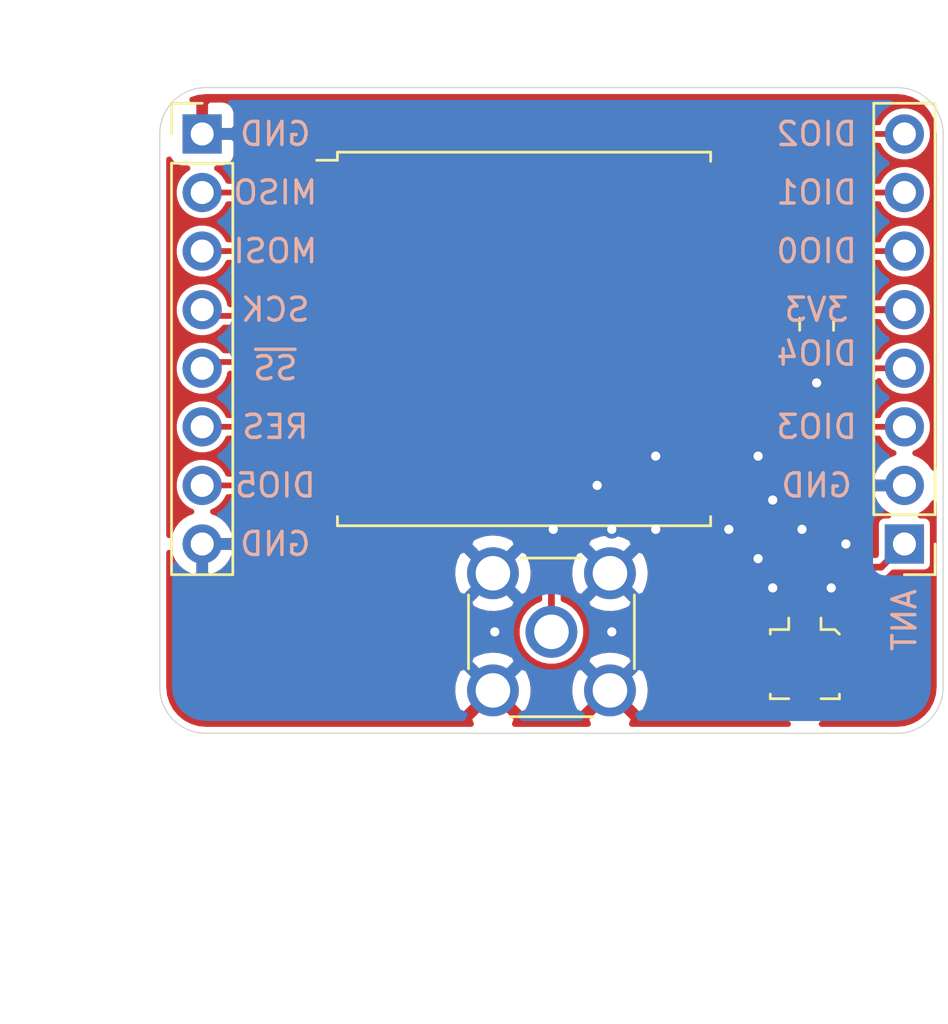
<source format=kicad_pcb>
(kicad_pcb (version 20171130) (host pcbnew 5.1.12-84ad8e8a86~92~ubuntu20.04.1)

  (general
    (thickness 1.6)
    (drawings 26)
    (tracks 62)
    (zones 0)
    (modules 6)
    (nets 15)
  )

  (page A4)
  (layers
    (0 F.Cu signal)
    (31 B.Cu signal)
    (32 B.Adhes user)
    (33 F.Adhes user)
    (34 B.Paste user)
    (35 F.Paste user)
    (36 B.SilkS user)
    (37 F.SilkS user)
    (38 B.Mask user)
    (39 F.Mask user)
    (40 Dwgs.User user)
    (41 Cmts.User user)
    (42 Eco1.User user)
    (43 Eco2.User user)
    (44 Edge.Cuts user)
    (45 Margin user)
    (46 B.CrtYd user)
    (47 F.CrtYd user)
    (48 B.Fab user)
    (49 F.Fab user)
  )

  (setup
    (last_trace_width 0.25)
    (trace_clearance 0.2)
    (zone_clearance 0.254)
    (zone_45_only no)
    (trace_min 0.2)
    (via_size 0.8)
    (via_drill 0.4)
    (via_min_size 0.4)
    (via_min_drill 0.3)
    (uvia_size 0.3)
    (uvia_drill 0.1)
    (uvias_allowed no)
    (uvia_min_size 0.2)
    (uvia_min_drill 0.1)
    (edge_width 0.05)
    (segment_width 0.2)
    (pcb_text_width 0.3)
    (pcb_text_size 1.5 1.5)
    (mod_edge_width 0.12)
    (mod_text_size 1 1)
    (mod_text_width 0.15)
    (pad_size 1.524 1.524)
    (pad_drill 0.762)
    (pad_to_mask_clearance 0)
    (aux_axis_origin 0 0)
    (visible_elements FFFFFF7F)
    (pcbplotparams
      (layerselection 0x010fc_ffffffff)
      (usegerberextensions false)
      (usegerberattributes true)
      (usegerberadvancedattributes true)
      (creategerberjobfile true)
      (excludeedgelayer true)
      (linewidth 0.100000)
      (plotframeref false)
      (viasonmask false)
      (mode 1)
      (useauxorigin false)
      (hpglpennumber 1)
      (hpglpenspeed 20)
      (hpglpendiameter 15.000000)
      (psnegative false)
      (psa4output false)
      (plotreference true)
      (plotvalue true)
      (plotinvisibletext false)
      (padsonsilk false)
      (subtractmaskfromsilk true)
      (outputformat 1)
      (mirror false)
      (drillshape 0)
      (scaleselection 1)
      (outputdirectory "jlcpcb/"))
  )

  (net 0 "")
  (net 1 GND)
  (net 2 DIO5)
  (net 3 RESET)
  (net 4 ~SS)
  (net 5 SCK)
  (net 6 MOSI)
  (net 7 MISO)
  (net 8 DIO2)
  (net 9 DIO1)
  (net 10 DIO0)
  (net 11 +3V3)
  (net 12 DIO4)
  (net 13 DIO3)
  (net 14 ANT)

  (net_class Default "This is the default net class."
    (clearance 0.2)
    (trace_width 0.25)
    (via_dia 0.8)
    (via_drill 0.4)
    (uvia_dia 0.3)
    (uvia_drill 0.1)
    (add_net DIO0)
    (add_net DIO1)
    (add_net DIO2)
    (add_net DIO3)
    (add_net DIO4)
    (add_net DIO5)
    (add_net MISO)
    (add_net MOSI)
    (add_net RESET)
    (add_net SCK)
    (add_net ~SS)
  )

  (net_class ANT ""
    (clearance 0.2)
    (trace_width 0.29337)
    (via_dia 0.8)
    (via_drill 0.4)
    (uvia_dia 0.3)
    (uvia_drill 0.1)
    (add_net ANT)
  )

  (net_class PWR ""
    (clearance 0.2)
    (trace_width 0.3048)
    (via_dia 0.8)
    (via_drill 0.4)
    (uvia_dia 0.3)
    (uvia_drill 0.1)
    (add_net +3V3)
    (add_net GND)
  )

  (module Connector_Coaxial:SMA_Molex_73251-2200_Horizontal (layer F.Cu) (tedit 5C07CA7C) (tstamp 61AB6EFA)
    (at 132 101.6 180)
    (descr https://www.molex.com/webdocs/datasheets/pdf/en-us/0732512200_RF_COAX_CONNECTORS.pdf)
    (tags "SMA THT Female Jack Horizontal")
    (path /61AEB06F)
    (fp_text reference J4 (at -4.9 0 90) (layer F.SilkS) hide
      (effects (font (size 1 1) (thickness 0.15)))
    )
    (fp_text value Conn_Coaxial (at 0 5) (layer F.Fab)
      (effects (font (size 1 1) (thickness 0.15)))
    )
    (fp_text user %R (at 0 0) (layer F.Fab)
      (effects (font (size 1 1) (thickness 0.15)))
    )
    (fp_line (start 4.4 4.16) (end -4.4 4.16) (layer F.CrtYd) (width 0.05))
    (fp_line (start 4.4 4.16) (end 4.4 -17) (layer F.CrtYd) (width 0.05))
    (fp_line (start -4.4 -17) (end -4.4 4.16) (layer F.CrtYd) (width 0.05))
    (fp_line (start -4.4 -17) (end 4.4 -17) (layer F.CrtYd) (width 0.05))
    (fp_line (start -3.5 -3.95) (end 3.5 -3.95) (layer F.Fab) (width 0.1))
    (fp_line (start -3.5 -3.95) (end -3.5 3.05) (layer F.Fab) (width 0.1))
    (fp_line (start -3.5 3.05) (end 3.5 3.05) (layer F.Fab) (width 0.1))
    (fp_line (start 3.5 -3.95) (end 3.5 3.05) (layer F.Fab) (width 0.1))
    (fp_line (start -3.6 -1.6) (end -3.6 1.6) (layer F.SilkS) (width 0.12))
    (fp_line (start 3.6 -1.6) (end 3.6 1.6) (layer F.SilkS) (width 0.12))
    (fp_line (start -1.3 3.2) (end 1.3 3.2) (layer F.SilkS) (width 0.12))
    (fp_line (start -1.8 -3.68) (end 1.8 -3.68) (layer F.SilkS) (width 0.12))
    (fp_line (start -3 -16.5) (end 3 -16.5) (layer F.Fab) (width 0.1))
    (fp_line (start -3 -16.5) (end -3 -5.07) (layer F.Fab) (width 0.1))
    (fp_line (start 3 -16.5) (end 3 -5.07) (layer F.Fab) (width 0.1))
    (fp_line (start 3.9 -3.95) (end 3.9 -5.07) (layer F.Fab) (width 0.1))
    (fp_line (start 3.9 -5.07) (end -3.9 -5.07) (layer F.Fab) (width 0.1))
    (fp_line (start -3.9 -5.07) (end -3.9 -3.95) (layer F.Fab) (width 0.1))
    (fp_line (start -3.9 -3.95) (end 3.9 -3.95) (layer F.Fab) (width 0.1))
    (fp_line (start -3 -6) (end 3 -6.7) (layer F.Fab) (width 0.1))
    (fp_line (start -3 -7) (end 3 -7.7) (layer F.Fab) (width 0.1))
    (fp_line (start -3 -8) (end 3 -8.7) (layer F.Fab) (width 0.1))
    (fp_line (start -3 -9) (end 3 -9.7) (layer F.Fab) (width 0.1))
    (fp_line (start -3 -10) (end 3 -10.7) (layer F.Fab) (width 0.1))
    (fp_line (start -3 -11) (end 3 -11.7) (layer F.Fab) (width 0.1))
    (fp_line (start -3 -12) (end 3 -12.7) (layer F.Fab) (width 0.1))
    (fp_line (start -3 -13) (end 3 -13.7) (layer F.Fab) (width 0.1))
    (fp_line (start -3 -14) (end 3 -14.7) (layer F.Fab) (width 0.1))
    (pad 2 thru_hole circle (at -2.54 2.54 180) (size 2.25 2.25) (drill 1.5) (layers *.Cu *.Mask)
      (net 1 GND))
    (pad 2 thru_hole circle (at -2.54 -2.54 180) (size 2.25 2.25) (drill 1.5) (layers *.Cu *.Mask)
      (net 1 GND))
    (pad 2 thru_hole circle (at 2.54 -2.54 180) (size 2.25 2.25) (drill 1.5) (layers *.Cu *.Mask)
      (net 1 GND))
    (pad 2 thru_hole circle (at 2.54 2.54 270) (size 2.25 2.25) (drill 1.5) (layers *.Cu *.Mask)
      (net 1 GND))
    (pad 1 thru_hole circle (at 0 0 180) (size 2.25 2.25) (drill 1.5) (layers *.Cu *.Mask)
      (net 14 ANT))
    (model ${KISYS3DMOD}/Connector_Coaxial.3dshapes/SMA_Molex_73251-2200_Horizontal.wrl
      (at (xyz 0 0 0))
      (scale (xyz 1 1 1))
      (rotate (xyz 0 0 0))
    )
  )

  (module Connector_Coaxial:U.FL_Molex_MCRF_73412-0110_Vertical (layer F.Cu) (tedit 5A1B5B59) (tstamp 61AB6ED7)
    (at 143 103 180)
    (descr "Molex Microcoaxial RF Connectors (MCRF), mates Hirose U.FL, (http://www.molex.com/pdm_docs/sd/734120110_sd.pdf)")
    (tags "mcrf hirose ufl u.fl microcoaxial")
    (path /61AEA7AA)
    (attr smd)
    (fp_text reference J3 (at 0 3.5) (layer F.SilkS) hide
      (effects (font (size 1 1) (thickness 0.15)))
    )
    (fp_text value Conn_Coaxial (at 0 -3.302) (layer F.Fab)
      (effects (font (size 1 1) (thickness 0.15)))
    )
    (fp_text user %R (at 0 3.5) (layer F.Fab)
      (effects (font (size 1 1) (thickness 0.15)))
    )
    (fp_line (start 0 1) (end 0.3 1.3) (layer F.Fab) (width 0.1))
    (fp_line (start -0.3 1.3) (end 0 1) (layer F.Fab) (width 0.1))
    (fp_line (start 0.7 1.5) (end 0.7 2) (layer F.SilkS) (width 0.12))
    (fp_line (start -0.7 1.5) (end -0.7 2) (layer F.SilkS) (width 0.12))
    (fp_circle (center 0 0) (end 0 0.05) (layer F.Fab) (width 0.1))
    (fp_circle (center 0 0) (end 0 0.125) (layer F.Fab) (width 0.1))
    (fp_line (start -0.7 1.5) (end -1.3 1.5) (layer F.SilkS) (width 0.12))
    (fp_line (start -1.3 1.5) (end -1.5 1.3) (layer F.SilkS) (width 0.12))
    (fp_line (start 1.5 1.3) (end 1.5 1.5) (layer F.SilkS) (width 0.12))
    (fp_line (start 1.5 1.5) (end 0.7 1.5) (layer F.SilkS) (width 0.12))
    (fp_line (start 0.7 -1.5) (end 1.5 -1.5) (layer F.SilkS) (width 0.12))
    (fp_line (start 1.5 -1.5) (end 1.5 -1.3) (layer F.SilkS) (width 0.12))
    (fp_line (start -1.5 -1.3) (end -1.5 -1.5) (layer F.SilkS) (width 0.12))
    (fp_line (start -1.5 -1.5) (end -0.7 -1.5) (layer F.SilkS) (width 0.12))
    (fp_circle (center 0 0) (end 0.9 0) (layer F.Fab) (width 0.1))
    (fp_line (start -1.3 -1.3) (end 1.3 -1.3) (layer F.Fab) (width 0.1))
    (fp_line (start -1.3 -1.3) (end -1.3 1) (layer F.Fab) (width 0.1))
    (fp_line (start -1.3 1) (end -1 1.3) (layer F.Fab) (width 0.1))
    (fp_line (start 1.3 -1.3) (end 1.3 1.3) (layer F.Fab) (width 0.1))
    (fp_line (start -2.5 -2.5) (end -2.5 2.5) (layer F.CrtYd) (width 0.05))
    (fp_line (start -2.5 2.5) (end 2.5 2.5) (layer F.CrtYd) (width 0.05))
    (fp_line (start 2.5 2.5) (end 2.5 -2.5) (layer F.CrtYd) (width 0.05))
    (fp_line (start 2.5 -2.5) (end -2.5 -2.5) (layer F.CrtYd) (width 0.05))
    (fp_line (start -1 1.3) (end 1.3 1.3) (layer F.Fab) (width 0.1))
    (fp_circle (center 0 0) (end 0 0.2) (layer F.Fab) (width 0.1))
    (pad 1 smd rect (at 0 1.5 180) (size 1 1) (layers F.Cu F.Paste F.Mask)
      (net 14 ANT))
    (pad 2 smd rect (at 0 -1.5 180) (size 1 1) (layers F.Cu F.Paste F.Mask)
      (net 1 GND))
    (pad 2 smd rect (at 1.475 0 180) (size 1.05 2.2) (layers F.Cu F.Paste F.Mask)
      (net 1 GND))
    (pad 2 smd rect (at -1.475 0 180) (size 1.05 2.2) (layers F.Cu F.Paste F.Mask)
      (net 1 GND))
    (model ${KISYS3DMOD}/Connector_Coaxial.3dshapes/U.FL_Molex_MCRF_73412-0110_Vertical.wrl
      (at (xyz 0 0 0))
      (scale (xyz 1 1 1))
      (rotate (xyz 0 0 0))
    )
  )

  (module Connector_PinHeader_2.54mm:PinHeader_1x08_P2.54mm_Vertical (layer F.Cu) (tedit 59FED5CC) (tstamp 61AB5423)
    (at 147.32 97.79 180)
    (descr "Through hole straight pin header, 1x08, 2.54mm pitch, single row")
    (tags "Through hole pin header THT 1x08 2.54mm single row")
    (path /61AB5A83)
    (fp_text reference J2 (at 0 -2.33) (layer F.SilkS) hide
      (effects (font (size 1 1) (thickness 0.15)))
    )
    (fp_text value Conn_01x08 (at 0 20.11) (layer F.Fab) hide
      (effects (font (size 1 1) (thickness 0.15)))
    )
    (fp_text user %R (at 0 8.89 90) (layer F.Fab)
      (effects (font (size 1 1) (thickness 0.15)))
    )
    (fp_line (start -0.635 -1.27) (end 1.27 -1.27) (layer F.Fab) (width 0.1))
    (fp_line (start 1.27 -1.27) (end 1.27 19.05) (layer F.Fab) (width 0.1))
    (fp_line (start 1.27 19.05) (end -1.27 19.05) (layer F.Fab) (width 0.1))
    (fp_line (start -1.27 19.05) (end -1.27 -0.635) (layer F.Fab) (width 0.1))
    (fp_line (start -1.27 -0.635) (end -0.635 -1.27) (layer F.Fab) (width 0.1))
    (fp_line (start -1.33 19.11) (end 1.33 19.11) (layer F.SilkS) (width 0.12))
    (fp_line (start -1.33 1.27) (end -1.33 19.11) (layer F.SilkS) (width 0.12))
    (fp_line (start 1.33 1.27) (end 1.33 19.11) (layer F.SilkS) (width 0.12))
    (fp_line (start -1.33 1.27) (end 1.33 1.27) (layer F.SilkS) (width 0.12))
    (fp_line (start -1.33 0) (end -1.33 -1.33) (layer F.SilkS) (width 0.12))
    (fp_line (start -1.33 -1.33) (end 0 -1.33) (layer F.SilkS) (width 0.12))
    (fp_line (start -1.8 -1.8) (end -1.8 19.55) (layer F.CrtYd) (width 0.05))
    (fp_line (start -1.8 19.55) (end 1.8 19.55) (layer F.CrtYd) (width 0.05))
    (fp_line (start 1.8 19.55) (end 1.8 -1.8) (layer F.CrtYd) (width 0.05))
    (fp_line (start 1.8 -1.8) (end -1.8 -1.8) (layer F.CrtYd) (width 0.05))
    (pad 8 thru_hole oval (at 0 17.78 180) (size 1.7 1.7) (drill 1) (layers *.Cu *.Mask)
      (net 8 DIO2))
    (pad 7 thru_hole oval (at 0 15.24 180) (size 1.7 1.7) (drill 1) (layers *.Cu *.Mask)
      (net 9 DIO1))
    (pad 6 thru_hole oval (at 0 12.7 180) (size 1.7 1.7) (drill 1) (layers *.Cu *.Mask)
      (net 10 DIO0))
    (pad 5 thru_hole oval (at 0 10.16 180) (size 1.7 1.7) (drill 1) (layers *.Cu *.Mask)
      (net 11 +3V3))
    (pad 4 thru_hole oval (at 0 7.62 180) (size 1.7 1.7) (drill 1) (layers *.Cu *.Mask)
      (net 12 DIO4))
    (pad 3 thru_hole oval (at 0 5.08 180) (size 1.7 1.7) (drill 1) (layers *.Cu *.Mask)
      (net 13 DIO3))
    (pad 2 thru_hole oval (at 0 2.54 180) (size 1.7 1.7) (drill 1) (layers *.Cu *.Mask)
      (net 1 GND))
    (pad 1 thru_hole rect (at 0 0 180) (size 1.7 1.7) (drill 1) (layers *.Cu *.Mask)
      (net 14 ANT))
    (model ${KISYS3DMOD}/Connector_PinHeader_2.54mm.3dshapes/PinHeader_1x08_P2.54mm_Vertical.wrl
      (at (xyz 0 0 0))
      (scale (xyz 1 1 1))
      (rotate (xyz 0 0 0))
    )
  )

  (module Capacitor_SMD:C_0805_2012Metric_Pad1.18x1.45mm_HandSolder (layer F.Cu) (tedit 5F68FEEF) (tstamp 61AB6259)
    (at 143.51 88.265 270)
    (descr "Capacitor SMD 0805 (2012 Metric), square (rectangular) end terminal, IPC_7351 nominal with elongated pad for handsoldering. (Body size source: IPC-SM-782 page 76, https://www.pcb-3d.com/wordpress/wp-content/uploads/ipc-sm-782a_amendment_1_and_2.pdf, https://docs.google.com/spreadsheets/d/1BsfQQcO9C6DZCsRaXUlFlo91Tg2WpOkGARC1WS5S8t0/edit?usp=sharing), generated with kicad-footprint-generator")
    (tags "capacitor handsolder")
    (path /61ADF6FA)
    (attr smd)
    (fp_text reference C1 (at 0 1.51 90) (layer F.SilkS) hide
      (effects (font (size 1 1) (thickness 0.15)))
    )
    (fp_text value 100nF (at 0 1.68 90) (layer F.Fab)
      (effects (font (size 1 1) (thickness 0.15)))
    )
    (fp_text user %R (at 0 0 90) (layer F.Fab)
      (effects (font (size 0.5 0.5) (thickness 0.08)))
    )
    (fp_line (start -1 0.625) (end -1 -0.625) (layer F.Fab) (width 0.1))
    (fp_line (start -1 -0.625) (end 1 -0.625) (layer F.Fab) (width 0.1))
    (fp_line (start 1 -0.625) (end 1 0.625) (layer F.Fab) (width 0.1))
    (fp_line (start 1 0.625) (end -1 0.625) (layer F.Fab) (width 0.1))
    (fp_line (start -0.261252 -0.735) (end 0.261252 -0.735) (layer F.SilkS) (width 0.12))
    (fp_line (start -0.261252 0.735) (end 0.261252 0.735) (layer F.SilkS) (width 0.12))
    (fp_line (start -1.88 0.98) (end -1.88 -0.98) (layer F.CrtYd) (width 0.05))
    (fp_line (start -1.88 -0.98) (end 1.88 -0.98) (layer F.CrtYd) (width 0.05))
    (fp_line (start 1.88 -0.98) (end 1.88 0.98) (layer F.CrtYd) (width 0.05))
    (fp_line (start 1.88 0.98) (end -1.88 0.98) (layer F.CrtYd) (width 0.05))
    (pad 2 smd roundrect (at 1.0375 0 270) (size 1.175 1.45) (layers F.Cu F.Paste F.Mask) (roundrect_rratio 0.2127659574468085)
      (net 1 GND))
    (pad 1 smd roundrect (at -1.0375 0 270) (size 1.175 1.45) (layers F.Cu F.Paste F.Mask) (roundrect_rratio 0.2127659574468085)
      (net 11 +3V3))
    (model ${KISYS3DMOD}/Capacitor_SMD.3dshapes/C_0805_2012Metric.wrl
      (at (xyz 0 0 0))
      (scale (xyz 1 1 1))
      (rotate (xyz 0 0 0))
    )
  )

  (module RF_Module:HOPERF_RFM9XW_SMD (layer F.Cu) (tedit 5C227243) (tstamp 61AB58DF)
    (at 130.81 88.9)
    (descr "Low Power Long Range Transceiver Module SMD-16 (https://www.hoperf.com/data/upload/portal/20181127/5bfcbea20e9ef.pdf)")
    (tags "LoRa Low Power Long Range Transceiver Module")
    (path /61AB79E1)
    (attr smd)
    (fp_text reference U1 (at -6.35 10.16) (layer F.SilkS) hide
      (effects (font (size 1 1) (thickness 0.15)))
    )
    (fp_text value RFM69HC (at 0 9.5) (layer F.Fab)
      (effects (font (size 1 1) (thickness 0.15)))
    )
    (fp_text user %R (at 0 0) (layer F.Fab) hide
      (effects (font (size 1 1) (thickness 0.15)))
    )
    (fp_line (start -7 -8) (end 8 -8) (layer F.Fab) (width 0.1))
    (fp_line (start 8 8) (end 8 -8) (layer F.Fab) (width 0.1))
    (fp_line (start -8 8) (end 8 8) (layer F.Fab) (width 0.1))
    (fp_line (start -8 8) (end -8 -7) (layer F.Fab) (width 0.1))
    (fp_line (start -9.25 -8.25) (end 9.25 -8.25) (layer F.CrtYd) (width 0.05))
    (fp_line (start 9.25 -8.25) (end 9.25 8.25) (layer F.CrtYd) (width 0.05))
    (fp_line (start -9.25 8.25) (end 9.25 8.25) (layer F.CrtYd) (width 0.05))
    (fp_line (start -9.25 8.25) (end -9.25 -8.25) (layer F.CrtYd) (width 0.05))
    (fp_line (start -8.1 -8.1) (end 8.1 -8.1) (layer F.SilkS) (width 0.12))
    (fp_line (start 8.1 -8.1) (end 8.1 -7.7) (layer F.SilkS) (width 0.12))
    (fp_line (start -8.1 7.7) (end -8.1 8.1) (layer F.SilkS) (width 0.12))
    (fp_line (start -8.1 8.1) (end 8.1 8.1) (layer F.SilkS) (width 0.12))
    (fp_line (start 8.1 8.1) (end 8.1 7.7) (layer F.SilkS) (width 0.12))
    (fp_line (start -8.1 -8.1) (end -8.1 -7.75) (layer F.SilkS) (width 0.12))
    (fp_line (start -8.1 -7.75) (end -9 -7.75) (layer F.SilkS) (width 0.12))
    (fp_line (start -7 -8) (end -8 -7) (layer F.Fab) (width 0.1))
    (pad 16 smd rect (at 8 -7) (size 2 1) (layers F.Cu F.Paste F.Mask)
      (net 8 DIO2))
    (pad 15 smd rect (at 8 -5) (size 2 1) (layers F.Cu F.Paste F.Mask)
      (net 9 DIO1))
    (pad 14 smd rect (at 8 -3) (size 2 1) (layers F.Cu F.Paste F.Mask)
      (net 10 DIO0))
    (pad 13 smd rect (at 8 -1) (size 2 1) (layers F.Cu F.Paste F.Mask)
      (net 11 +3V3))
    (pad 12 smd rect (at 8 1) (size 2 1) (layers F.Cu F.Paste F.Mask)
      (net 12 DIO4))
    (pad 11 smd rect (at 8 3) (size 2 1) (layers F.Cu F.Paste F.Mask)
      (net 13 DIO3))
    (pad 10 smd rect (at 8 5) (size 2 1) (layers F.Cu F.Paste F.Mask)
      (net 1 GND))
    (pad 9 smd rect (at 8 7) (size 2 1) (layers F.Cu F.Paste F.Mask)
      (net 14 ANT))
    (pad 8 smd rect (at -8 7) (size 2 1) (layers F.Cu F.Paste F.Mask)
      (net 1 GND))
    (pad 7 smd rect (at -8 5) (size 2 1) (layers F.Cu F.Paste F.Mask)
      (net 2 DIO5))
    (pad 6 smd rect (at -8 3) (size 2 1) (layers F.Cu F.Paste F.Mask)
      (net 3 RESET))
    (pad 5 smd rect (at -8 1) (size 2 1) (layers F.Cu F.Paste F.Mask)
      (net 4 ~SS))
    (pad 4 smd rect (at -8 -1) (size 2 1) (layers F.Cu F.Paste F.Mask)
      (net 5 SCK))
    (pad 3 smd rect (at -8 -3) (size 2 1) (layers F.Cu F.Paste F.Mask)
      (net 6 MOSI))
    (pad 2 smd rect (at -8 -5) (size 2 1) (layers F.Cu F.Paste F.Mask)
      (net 7 MISO))
    (pad 1 smd rect (at -8 -7) (size 2 1) (layers F.Cu F.Paste F.Mask)
      (net 1 GND))
    (model ${KISYS3DMOD}/RF_Module.3dshapes/HOPERF_RFM9XW_SMD.wrl
      (at (xyz 0 0 0))
      (scale (xyz 1 1 1))
      (rotate (xyz 0 0 0))
    )
  )

  (module Connector_PinHeader_2.54mm:PinHeader_1x08_P2.54mm_Vertical (layer F.Cu) (tedit 59FED5CC) (tstamp 61AB5407)
    (at 116.84 80.01)
    (descr "Through hole straight pin header, 1x08, 2.54mm pitch, single row")
    (tags "Through hole pin header THT 1x08 2.54mm single row")
    (path /61AB4F6E)
    (fp_text reference J1 (at 0 -2.33) (layer F.SilkS) hide
      (effects (font (size 1 1) (thickness 0.15)))
    )
    (fp_text value Conn_01x08 (at 0 20.11) (layer F.Fab) hide
      (effects (font (size 1 1) (thickness 0.15)))
    )
    (fp_text user %R (at 0 8.89 90) (layer F.Fab)
      (effects (font (size 1 1) (thickness 0.15)))
    )
    (fp_line (start -0.635 -1.27) (end 1.27 -1.27) (layer F.Fab) (width 0.1))
    (fp_line (start 1.27 -1.27) (end 1.27 19.05) (layer F.Fab) (width 0.1))
    (fp_line (start 1.27 19.05) (end -1.27 19.05) (layer F.Fab) (width 0.1))
    (fp_line (start -1.27 19.05) (end -1.27 -0.635) (layer F.Fab) (width 0.1))
    (fp_line (start -1.27 -0.635) (end -0.635 -1.27) (layer F.Fab) (width 0.1))
    (fp_line (start -1.33 19.11) (end 1.33 19.11) (layer F.SilkS) (width 0.12))
    (fp_line (start -1.33 1.27) (end -1.33 19.11) (layer F.SilkS) (width 0.12))
    (fp_line (start 1.33 1.27) (end 1.33 19.11) (layer F.SilkS) (width 0.12))
    (fp_line (start -1.33 1.27) (end 1.33 1.27) (layer F.SilkS) (width 0.12))
    (fp_line (start -1.33 0) (end -1.33 -1.33) (layer F.SilkS) (width 0.12))
    (fp_line (start -1.33 -1.33) (end 0 -1.33) (layer F.SilkS) (width 0.12))
    (fp_line (start -1.8 -1.8) (end -1.8 19.55) (layer F.CrtYd) (width 0.05))
    (fp_line (start -1.8 19.55) (end 1.8 19.55) (layer F.CrtYd) (width 0.05))
    (fp_line (start 1.8 19.55) (end 1.8 -1.8) (layer F.CrtYd) (width 0.05))
    (fp_line (start 1.8 -1.8) (end -1.8 -1.8) (layer F.CrtYd) (width 0.05))
    (pad 8 thru_hole oval (at 0 17.78) (size 1.7 1.7) (drill 1) (layers *.Cu *.Mask)
      (net 1 GND))
    (pad 7 thru_hole oval (at 0 15.24) (size 1.7 1.7) (drill 1) (layers *.Cu *.Mask)
      (net 2 DIO5))
    (pad 6 thru_hole oval (at 0 12.7) (size 1.7 1.7) (drill 1) (layers *.Cu *.Mask)
      (net 3 RESET))
    (pad 5 thru_hole oval (at 0 10.16) (size 1.7 1.7) (drill 1) (layers *.Cu *.Mask)
      (net 4 ~SS))
    (pad 4 thru_hole oval (at 0 7.62) (size 1.7 1.7) (drill 1) (layers *.Cu *.Mask)
      (net 5 SCK))
    (pad 3 thru_hole oval (at 0 5.08) (size 1.7 1.7) (drill 1) (layers *.Cu *.Mask)
      (net 6 MOSI))
    (pad 2 thru_hole oval (at 0 2.54) (size 1.7 1.7) (drill 1) (layers *.Cu *.Mask)
      (net 7 MISO))
    (pad 1 thru_hole rect (at 0 0) (size 1.7 1.7) (drill 1) (layers *.Cu *.Mask)
      (net 1 GND))
    (model ${KISYS3DMOD}/Connector_PinHeader_2.54mm.3dshapes/PinHeader_1x08_P2.54mm_Vertical.wrl
      (at (xyz 0 0 0))
      (scale (xyz 1 1 1))
      (rotate (xyz 0 0 0))
    )
  )

  (dimension 28 (width 0.15) (layer Dwgs.User)
    (gr_text "28,000 mm" (at 111.730001 92 270) (layer Dwgs.User)
      (effects (font (size 1 1) (thickness 0.15)))
    )
    (feature1 (pts (xy 117 106) (xy 112.44358 106)))
    (feature2 (pts (xy 117 78) (xy 112.44358 78)))
    (crossbar (pts (xy 113.030001 78) (xy 113.030001 106)))
    (arrow1a (pts (xy 113.030001 106) (xy 112.44358 104.873496)))
    (arrow1b (pts (xy 113.030001 106) (xy 113.616422 104.873496)))
    (arrow2a (pts (xy 113.030001 78) (xy 112.44358 79.126504)))
    (arrow2b (pts (xy 113.030001 78) (xy 113.616422 79.126504)))
  )
  (dimension 34 (width 0.15) (layer Dwgs.User)
    (gr_text "34,000 mm" (at 132 74.9) (layer Dwgs.User)
      (effects (font (size 1 1) (thickness 0.15)))
    )
    (feature1 (pts (xy 149 80) (xy 149 75.613579)))
    (feature2 (pts (xy 115 80) (xy 115 75.613579)))
    (crossbar (pts (xy 115 76.2) (xy 149 76.2)))
    (arrow1a (pts (xy 149 76.2) (xy 147.873496 76.786421)))
    (arrow1b (pts (xy 149 76.2) (xy 147.873496 75.613579)))
    (arrow2a (pts (xy 115 76.2) (xy 116.126504 76.786421)))
    (arrow2b (pts (xy 115 76.2) (xy 116.126504 75.613579)))
  )
  (gr_arc (start 117 80) (end 117 78) (angle -90) (layer Edge.Cuts) (width 0.05))
  (gr_arc (start 147 80) (end 149 80) (angle -90) (layer Edge.Cuts) (width 0.05))
  (gr_arc (start 147 104) (end 147 106) (angle -90) (layer Edge.Cuts) (width 0.05))
  (gr_arc (start 117 104) (end 115 104) (angle -90) (layer Edge.Cuts) (width 0.05))
  (gr_text ANT (at 147.32 101.092 90) (layer B.SilkS) (tstamp 61AB71BD)
    (effects (font (size 1 1) (thickness 0.15)) (justify mirror))
  )
  (gr_text DIO2 (at 143.51 80.01) (layer B.SilkS) (tstamp 61AB71A9)
    (effects (font (size 1 1) (thickness 0.15)) (justify mirror))
  )
  (gr_text DIO1 (at 143.51 82.55) (layer B.SilkS) (tstamp 61AB71A9)
    (effects (font (size 1 1) (thickness 0.15)) (justify mirror))
  )
  (gr_text DIO0 (at 143.51 85.09) (layer B.SilkS) (tstamp 61AB71A9)
    (effects (font (size 1 1) (thickness 0.15)) (justify mirror))
  )
  (gr_text 3V3 (at 143.51 87.63) (layer B.SilkS) (tstamp 61AB71A9)
    (effects (font (size 1 1) (thickness 0.15)) (justify mirror))
  )
  (gr_text DIO4 (at 143.51 89.535) (layer B.SilkS) (tstamp 61AB71A9)
    (effects (font (size 1 1) (thickness 0.15)) (justify mirror))
  )
  (gr_text DIO3 (at 143.51 92.71) (layer B.SilkS) (tstamp 61AB71A9)
    (effects (font (size 1 1) (thickness 0.15)) (justify mirror))
  )
  (gr_text GND (at 143.51 95.25) (layer B.SilkS) (tstamp 61AB71A9)
    (effects (font (size 1 1) (thickness 0.15)) (justify mirror))
  )
  (gr_text GND (at 120.015 80.01) (layer B.SilkS) (tstamp 61AB7163)
    (effects (font (size 1 1) (thickness 0.15)) (justify mirror))
  )
  (gr_text GND (at 120.015 97.79) (layer B.SilkS) (tstamp 61AB7163)
    (effects (font (size 1 1) (thickness 0.15)) (justify mirror))
  )
  (gr_text DIO5 (at 120.015 95.25) (layer B.SilkS) (tstamp 61AB710E)
    (effects (font (size 1 1) (thickness 0.15)) (justify mirror))
  )
  (gr_text RES (at 120.015 92.71) (layer B.SilkS) (tstamp 61AB710E)
    (effects (font (size 1 1) (thickness 0.15)) (justify mirror))
  )
  (gr_text ~SS (at 120.015 90.17) (layer B.SilkS) (tstamp 61AB710E)
    (effects (font (size 1 1) (thickness 0.15)) (justify mirror))
  )
  (gr_text SCK (at 120.015 87.63) (layer B.SilkS) (tstamp 61AB710E)
    (effects (font (size 1 1) (thickness 0.15)) (justify mirror))
  )
  (gr_text MOSI (at 120.015 85.09) (layer B.SilkS) (tstamp 61AB710E)
    (effects (font (size 1 1) (thickness 0.15)) (justify mirror))
  )
  (gr_text MISO (at 120.015 82.55) (layer B.SilkS)
    (effects (font (size 1 1) (thickness 0.15)) (justify mirror))
  )
  (gr_line (start 147 78) (end 117 78) (layer Edge.Cuts) (width 0.05) (tstamp 61AB6A3B))
  (gr_line (start 149 104) (end 149 80) (layer Edge.Cuts) (width 0.05))
  (gr_line (start 117 106) (end 147 106) (layer Edge.Cuts) (width 0.05))
  (gr_line (start 115 80) (end 115 104) (layer Edge.Cuts) (width 0.05))

  (via (at 129.54 101.6) (size 0.8) (drill 0.4) (layers F.Cu B.Cu) (net 1) (tstamp 61AB7C85))
  (via (at 134.62 101.6) (size 0.8) (drill 0.4) (layers F.Cu B.Cu) (net 1) (tstamp 61AB7208))
  (via (at 132.08 97.155) (size 0.8) (drill 0.4) (layers F.Cu B.Cu) (net 1) (tstamp 61AB7208))
  (via (at 133.985 95.25) (size 0.8) (drill 0.4) (layers F.Cu B.Cu) (net 1) (tstamp 61AB7208))
  (via (at 136.525 93.98) (size 0.8) (drill 0.4) (layers F.Cu B.Cu) (net 1) (tstamp 61AB7208))
  (via (at 134.62 97.155) (size 0.8) (drill 0.4) (layers F.Cu B.Cu) (net 1) (tstamp 61AB7208))
  (via (at 136.525 97.155) (size 0.8) (drill 0.4) (layers F.Cu B.Cu) (net 1) (tstamp 61AB7208))
  (via (at 139.7 97.155) (size 0.8) (drill 0.4) (layers F.Cu B.Cu) (net 1) (tstamp 61AB7208))
  (via (at 140.97 98.425) (size 0.8) (drill 0.4) (layers F.Cu B.Cu) (net 1) (tstamp 61AB7208))
  (via (at 141.605 99.695) (size 0.8) (drill 0.4) (layers F.Cu B.Cu) (net 1) (tstamp 61AB7208))
  (via (at 144.145 99.695) (size 0.8) (drill 0.4) (layers F.Cu B.Cu) (net 1) (tstamp 61AB7208))
  (via (at 141.605 95.885) (size 0.8) (drill 0.4) (layers F.Cu B.Cu) (net 1) (tstamp 61AB7208))
  (via (at 142.875 97.155) (size 0.8) (drill 0.4) (layers F.Cu B.Cu) (net 1) (tstamp 61AB7208))
  (via (at 144.78 97.79) (size 0.8) (drill 0.4) (layers F.Cu B.Cu) (net 1) (tstamp 61AB7208))
  (via (at 140.97 93.98) (size 0.8) (drill 0.4) (layers F.Cu B.Cu) (net 1) (tstamp 61AB7208))
  (via (at 143.51 90.805) (size 0.8) (drill 0.4) (layers F.Cu B.Cu) (net 1))
  (segment (start 122.81 93.9) (end 120.095 93.9) (width 0.25) (layer F.Cu) (net 2))
  (segment (start 118.745 95.25) (end 116.84 95.25) (width 0.25) (layer F.Cu) (net 2))
  (segment (start 120.095 93.9) (end 118.745 95.25) (width 0.25) (layer F.Cu) (net 2))
  (segment (start 122.81 91.9) (end 120.19 91.9) (width 0.25) (layer F.Cu) (net 3))
  (segment (start 119.38 92.71) (end 116.84 92.71) (width 0.25) (layer F.Cu) (net 3))
  (segment (start 120.19 91.9) (end 119.38 92.71) (width 0.25) (layer F.Cu) (net 3))
  (segment (start 117.11 89.9) (end 116.84 90.17) (width 0.25) (layer F.Cu) (net 4))
  (segment (start 122.81 89.9) (end 117.11 89.9) (width 0.25) (layer F.Cu) (net 4))
  (segment (start 117.11 87.9) (end 116.84 87.63) (width 0.25) (layer F.Cu) (net 5))
  (segment (start 122.81 87.9) (end 117.11 87.9) (width 0.25) (layer F.Cu) (net 5))
  (segment (start 122.81 85.9) (end 120.825 85.9) (width 0.25) (layer F.Cu) (net 6))
  (segment (start 120.015 85.09) (end 116.84 85.09) (width 0.25) (layer F.Cu) (net 6))
  (segment (start 120.825 85.9) (end 120.015 85.09) (width 0.25) (layer F.Cu) (net 6))
  (segment (start 122.81 83.9) (end 120.73 83.9) (width 0.25) (layer F.Cu) (net 7))
  (segment (start 119.38 82.55) (end 116.84 82.55) (width 0.25) (layer F.Cu) (net 7))
  (segment (start 120.73 83.9) (end 119.38 82.55) (width 0.25) (layer F.Cu) (net 7))
  (segment (start 142.89 81.9) (end 140.545 81.9) (width 0.25) (layer F.Cu) (net 8))
  (segment (start 144.78 80.01) (end 142.89 81.9) (width 0.25) (layer F.Cu) (net 8))
  (segment (start 146.685 80.01) (end 144.78 80.01) (width 0.25) (layer F.Cu) (net 8))
  (segment (start 140.545 81.9) (end 138.81 81.9) (width 0.25) (layer F.Cu) (net 8))
  (segment (start 144.78 82.55) (end 146.685 82.55) (width 0.25) (layer F.Cu) (net 9))
  (segment (start 143.43 83.9) (end 144.78 82.55) (width 0.25) (layer F.Cu) (net 9))
  (segment (start 138.81 83.9) (end 143.43 83.9) (width 0.25) (layer F.Cu) (net 9))
  (segment (start 143.002 85.09) (end 146.685 85.09) (width 0.25) (layer F.Cu) (net 10))
  (segment (start 142.192 85.9) (end 143.002 85.09) (width 0.25) (layer F.Cu) (net 10))
  (segment (start 138.81 85.9) (end 142.192 85.9) (width 0.25) (layer F.Cu) (net 10))
  (segment (start 143.9125 87.63) (end 143.51 87.2275) (width 0.3048) (layer F.Cu) (net 11))
  (segment (start 146.685 87.63) (end 143.9125 87.63) (width 0.3048) (layer F.Cu) (net 11))
  (segment (start 142.8375 87.9) (end 143.51 87.2275) (width 0.3048) (layer F.Cu) (net 11))
  (segment (start 138.81 87.9) (end 142.8375 87.9) (width 0.3048) (layer F.Cu) (net 11))
  (segment (start 146.05 90.17) (end 146.685 90.17) (width 0.25) (layer F.Cu) (net 12))
  (segment (start 144.78 91.44) (end 146.05 90.17) (width 0.25) (layer F.Cu) (net 12))
  (segment (start 142.875 91.44) (end 144.78 91.44) (width 0.25) (layer F.Cu) (net 12))
  (segment (start 141.335 89.9) (end 142.875 91.44) (width 0.25) (layer F.Cu) (net 12))
  (segment (start 138.81 89.9) (end 141.335 89.9) (width 0.25) (layer F.Cu) (net 12))
  (segment (start 142.494 92.71) (end 146.685 92.71) (width 0.25) (layer F.Cu) (net 13))
  (segment (start 141.684 91.9) (end 142.494 92.71) (width 0.25) (layer F.Cu) (net 13))
  (segment (start 138.81 91.9) (end 141.684 91.9) (width 0.25) (layer F.Cu) (net 13))
  (segment (start 143 98.79663) (end 143 101.5) (width 0.29337) (layer F.Cu) (net 14))
  (segment (start 140.10337 95.9) (end 143 98.79663) (width 0.29337) (layer F.Cu) (net 14))
  (segment (start 138.81 95.9) (end 140.10337 95.9) (width 0.29337) (layer F.Cu) (net 14))
  (segment (start 146.31337 98.79663) (end 147.32 97.79) (width 0.29337) (layer F.Cu) (net 14))
  (segment (start 143 98.79663) (end 146.31337 98.79663) (width 0.29337) (layer F.Cu) (net 14))
  (segment (start 132 98.505) (end 132 101.6) (width 0.29337) (layer F.Cu) (net 14))
  (segment (start 134.605 95.9) (end 132 98.505) (width 0.29337) (layer F.Cu) (net 14))
  (segment (start 138.81 95.9) (end 134.605 95.9) (width 0.29337) (layer F.Cu) (net 14))

  (zone (net 1) (net_name GND) (layer F.Cu) (tstamp 61AB88D3) (hatch edge 0.508)
    (connect_pads (clearance 0.254))
    (min_thickness 0.254)
    (fill yes (arc_segments 32) (thermal_gap 0.508) (thermal_bridge_width 0.508))
    (polygon
      (pts
        (xy 149.225 106.045) (xy 114.935 106.045) (xy 114.935 78.105) (xy 149.225 78.105)
      )
    )
    (filled_polygon
      (pts
        (xy 147.309229 78.438267) (xy 147.606688 78.528075) (xy 147.881028 78.673945) (xy 148.121813 78.870325) (xy 148.319873 79.109736)
        (xy 148.467654 79.383053) (xy 148.559535 79.679872) (xy 148.594001 80.007792) (xy 148.594 94.488034) (xy 148.591641 94.48308)
        (xy 148.417588 94.249731) (xy 148.201355 94.054822) (xy 147.951252 93.905843) (xy 147.788832 93.848228) (xy 147.903097 93.800898)
        (xy 148.104717 93.66618) (xy 148.27618 93.494717) (xy 148.410898 93.293097) (xy 148.503693 93.069069) (xy 148.551 92.831243)
        (xy 148.551 92.588757) (xy 148.503693 92.350931) (xy 148.410898 92.126903) (xy 148.27618 91.925283) (xy 148.104717 91.75382)
        (xy 147.903097 91.619102) (xy 147.679069 91.526307) (xy 147.441243 91.479) (xy 147.198757 91.479) (xy 146.960931 91.526307)
        (xy 146.736903 91.619102) (xy 146.535283 91.75382) (xy 146.36382 91.925283) (xy 146.229102 92.126903) (xy 146.197168 92.204)
        (xy 142.703592 92.204) (xy 142.059376 91.559785) (xy 142.043527 91.540473) (xy 141.966479 91.477241) (xy 141.878575 91.430255)
        (xy 141.783193 91.401322) (xy 141.708854 91.394) (xy 141.708846 91.394) (xy 141.684 91.391553) (xy 141.659154 91.394)
        (xy 140.192252 91.394) (xy 140.185487 91.325311) (xy 140.163701 91.253492) (xy 140.128322 91.187304) (xy 140.080711 91.129289)
        (xy 140.022696 91.081678) (xy 139.956508 91.046299) (xy 139.884689 91.024513) (xy 139.81 91.017157) (xy 137.81 91.017157)
        (xy 137.735311 91.024513) (xy 137.663492 91.046299) (xy 137.597304 91.081678) (xy 137.539289 91.129289) (xy 137.491678 91.187304)
        (xy 137.456299 91.253492) (xy 137.434513 91.325311) (xy 137.427157 91.4) (xy 137.427157 92.4) (xy 137.434513 92.474689)
        (xy 137.456299 92.546508) (xy 137.491678 92.612696) (xy 137.539289 92.670711) (xy 137.597304 92.718322) (xy 137.663492 92.753701)
        (xy 137.719874 92.770804) (xy 137.685518 92.774188) (xy 137.56582 92.810498) (xy 137.455506 92.869463) (xy 137.358815 92.948815)
        (xy 137.279463 93.045506) (xy 137.220498 93.15582) (xy 137.184188 93.275518) (xy 137.171928 93.4) (xy 137.175 93.61425)
        (xy 137.33375 93.773) (xy 138.683 93.773) (xy 138.683 93.753) (xy 138.937 93.753) (xy 138.937 93.773)
        (xy 140.28625 93.773) (xy 140.445 93.61425) (xy 140.448072 93.4) (xy 140.435812 93.275518) (xy 140.399502 93.15582)
        (xy 140.340537 93.045506) (xy 140.261185 92.948815) (xy 140.164494 92.869463) (xy 140.05418 92.810498) (xy 139.934482 92.774188)
        (xy 139.900126 92.770804) (xy 139.956508 92.753701) (xy 140.022696 92.718322) (xy 140.080711 92.670711) (xy 140.128322 92.612696)
        (xy 140.163701 92.546508) (xy 140.185487 92.474689) (xy 140.192252 92.406) (xy 141.474409 92.406) (xy 142.118628 93.05022)
        (xy 142.134473 93.069527) (xy 142.211521 93.132759) (xy 142.299425 93.179745) (xy 142.394807 93.208678) (xy 142.469146 93.216)
        (xy 142.469154 93.216) (xy 142.494 93.218447) (xy 142.518846 93.216) (xy 146.197168 93.216) (xy 146.229102 93.293097)
        (xy 146.36382 93.494717) (xy 146.535283 93.66618) (xy 146.736903 93.800898) (xy 146.851168 93.848228) (xy 146.688748 93.905843)
        (xy 146.438645 94.054822) (xy 146.222412 94.249731) (xy 146.048359 94.48308) (xy 145.923175 94.745901) (xy 145.878524 94.89311)
        (xy 145.999845 95.123) (xy 147.193 95.123) (xy 147.193 95.103) (xy 147.447 95.103) (xy 147.447 95.123)
        (xy 147.467 95.123) (xy 147.467 95.377) (xy 147.447 95.377) (xy 147.447 95.397) (xy 147.193 95.397)
        (xy 147.193 95.377) (xy 145.999845 95.377) (xy 145.878524 95.60689) (xy 145.923175 95.754099) (xy 146.048359 96.01692)
        (xy 146.222412 96.250269) (xy 146.438645 96.445178) (xy 146.626633 96.557157) (xy 146.47 96.557157) (xy 146.395311 96.564513)
        (xy 146.323492 96.586299) (xy 146.257304 96.621678) (xy 146.199289 96.669289) (xy 146.151678 96.727304) (xy 146.116299 96.793492)
        (xy 146.094513 96.865311) (xy 146.087157 96.94) (xy 146.087157 98.268945) (xy 143.218574 98.268945) (xy 140.494831 95.545202)
        (xy 140.478305 95.525065) (xy 140.397954 95.459123) (xy 140.306283 95.410124) (xy 140.206814 95.37995) (xy 140.190712 95.378364)
        (xy 140.185487 95.325311) (xy 140.163701 95.253492) (xy 140.128322 95.187304) (xy 140.080711 95.129289) (xy 140.022696 95.081678)
        (xy 139.956508 95.046299) (xy 139.900126 95.029196) (xy 139.934482 95.025812) (xy 140.05418 94.989502) (xy 140.164494 94.930537)
        (xy 140.261185 94.851185) (xy 140.340537 94.754494) (xy 140.399502 94.64418) (xy 140.435812 94.524482) (xy 140.448072 94.4)
        (xy 140.445 94.18575) (xy 140.28625 94.027) (xy 138.937 94.027) (xy 138.937 94.047) (xy 138.683 94.047)
        (xy 138.683 94.027) (xy 137.33375 94.027) (xy 137.175 94.18575) (xy 137.171928 94.4) (xy 137.184188 94.524482)
        (xy 137.220498 94.64418) (xy 137.279463 94.754494) (xy 137.358815 94.851185) (xy 137.455506 94.930537) (xy 137.56582 94.989502)
        (xy 137.685518 95.025812) (xy 137.719874 95.029196) (xy 137.663492 95.046299) (xy 137.597304 95.081678) (xy 137.539289 95.129289)
        (xy 137.491678 95.187304) (xy 137.456299 95.253492) (xy 137.434513 95.325311) (xy 137.429884 95.372315) (xy 134.630911 95.372315)
        (xy 134.604999 95.369763) (xy 134.579087 95.372315) (xy 134.579078 95.372315) (xy 134.501556 95.37995) (xy 134.402087 95.410124)
        (xy 134.322251 95.452797) (xy 134.310414 95.459124) (xy 134.250199 95.508541) (xy 134.250196 95.508544) (xy 134.230065 95.525065)
        (xy 134.213544 95.545196) (xy 131.645201 98.11354) (xy 131.625065 98.130065) (xy 131.559123 98.210416) (xy 131.510124 98.302088)
        (xy 131.47995 98.401557) (xy 131.475984 98.441829) (xy 131.469762 98.505) (xy 131.472315 98.53092) (xy 131.472316 100.188491)
        (xy 131.286641 100.2654) (xy 131.039981 100.430213) (xy 130.830213 100.639981) (xy 130.6654 100.886641) (xy 130.551875 101.160716)
        (xy 130.494 101.451672) (xy 130.494 101.748328) (xy 130.551875 102.039284) (xy 130.6654 102.313359) (xy 130.830213 102.560019)
        (xy 131.039981 102.769787) (xy 131.286641 102.9346) (xy 131.560716 103.048125) (xy 131.851672 103.106) (xy 132.148328 103.106)
        (xy 132.439284 103.048125) (xy 132.713359 102.9346) (xy 132.74199 102.915469) (xy 133.495074 102.915469) (xy 134.54 103.960395)
        (xy 135.584926 102.915469) (xy 135.474079 102.638286) (xy 135.16316 102.484911) (xy 134.828295 102.39514) (xy 134.48235 102.372424)
        (xy 134.13862 102.417634) (xy 133.810315 102.529034) (xy 133.605921 102.638286) (xy 133.495074 102.915469) (xy 132.74199 102.915469)
        (xy 132.960019 102.769787) (xy 133.169787 102.560019) (xy 133.3346 102.313359) (xy 133.448125 102.039284) (xy 133.47583 101.9)
        (xy 140.361928 101.9) (xy 140.365 102.71425) (xy 140.52375 102.873) (xy 141.398 102.873) (xy 141.398 101.42375)
        (xy 141.23925 101.265) (xy 141 101.261928) (xy 140.875518 101.274188) (xy 140.75582 101.310498) (xy 140.645506 101.369463)
        (xy 140.548815 101.448815) (xy 140.469463 101.545506) (xy 140.410498 101.65582) (xy 140.374188 101.775518) (xy 140.361928 101.9)
        (xy 133.47583 101.9) (xy 133.506 101.748328) (xy 133.506 101.451672) (xy 133.448125 101.160716) (xy 133.3346 100.886641)
        (xy 133.169787 100.639981) (xy 132.960019 100.430213) (xy 132.741991 100.284531) (xy 133.495074 100.284531) (xy 133.605921 100.561714)
        (xy 133.91684 100.715089) (xy 134.251705 100.80486) (xy 134.59765 100.827576) (xy 134.94138 100.782366) (xy 135.269685 100.670966)
        (xy 135.474079 100.561714) (xy 135.584926 100.284531) (xy 134.54 99.239605) (xy 133.495074 100.284531) (xy 132.741991 100.284531)
        (xy 132.713359 100.2654) (xy 132.527685 100.188492) (xy 132.527685 98.723574) (xy 132.953537 98.297722) (xy 132.884911 98.43684)
        (xy 132.79514 98.771705) (xy 132.772424 99.11765) (xy 132.817634 99.46138) (xy 132.929034 99.789685) (xy 133.038286 99.994079)
        (xy 133.315469 100.104926) (xy 134.360395 99.06) (xy 134.719605 99.06) (xy 135.764531 100.104926) (xy 136.041714 99.994079)
        (xy 136.195089 99.68316) (xy 136.28486 99.348295) (xy 136.307576 99.00235) (xy 136.262366 98.65862) (xy 136.150966 98.330315)
        (xy 136.041714 98.125921) (xy 135.764531 98.015074) (xy 134.719605 99.06) (xy 134.360395 99.06) (xy 134.346253 99.045858)
        (xy 134.525858 98.866253) (xy 134.54 98.880395) (xy 135.584926 97.835469) (xy 135.474079 97.558286) (xy 135.16316 97.404911)
        (xy 134.828295 97.31514) (xy 134.48235 97.292424) (xy 134.13862 97.337634) (xy 133.810315 97.449034) (xy 133.792936 97.458323)
        (xy 134.823575 96.427685) (xy 137.429884 96.427685) (xy 137.434513 96.474689) (xy 137.456299 96.546508) (xy 137.491678 96.612696)
        (xy 137.539289 96.670711) (xy 137.597304 96.718322) (xy 137.663492 96.753701) (xy 137.735311 96.775487) (xy 137.81 96.782843)
        (xy 139.81 96.782843) (xy 139.884689 96.775487) (xy 139.956508 96.753701) (xy 140.022696 96.718322) (xy 140.080711 96.670711)
        (xy 140.101946 96.644835) (xy 142.472315 99.015204) (xy 142.472316 100.619884) (xy 142.425311 100.624513) (xy 142.353492 100.646299)
        (xy 142.287304 100.681678) (xy 142.229289 100.729289) (xy 142.181678 100.787304) (xy 142.146299 100.853492) (xy 142.124513 100.925311)
        (xy 142.117157 101) (xy 142.117157 101.268542) (xy 142.05 101.261928) (xy 141.81075 101.265) (xy 141.652 101.42375)
        (xy 141.652 102.873) (xy 142.52625 102.873) (xy 142.685 102.71425) (xy 142.68625 102.382843) (xy 143.31375 102.382843)
        (xy 143.315 102.71425) (xy 143.47375 102.873) (xy 144.348 102.873) (xy 144.348 101.42375) (xy 144.602 101.42375)
        (xy 144.602 102.873) (xy 145.47625 102.873) (xy 145.635 102.71425) (xy 145.638072 101.9) (xy 145.625812 101.775518)
        (xy 145.589502 101.65582) (xy 145.530537 101.545506) (xy 145.451185 101.448815) (xy 145.354494 101.369463) (xy 145.24418 101.310498)
        (xy 145.124482 101.274188) (xy 145 101.261928) (xy 144.76075 101.265) (xy 144.602 101.42375) (xy 144.348 101.42375)
        (xy 144.18925 101.265) (xy 143.95 101.261928) (xy 143.882843 101.268542) (xy 143.882843 101) (xy 143.875487 100.925311)
        (xy 143.853701 100.853492) (xy 143.818322 100.787304) (xy 143.770711 100.729289) (xy 143.712696 100.681678) (xy 143.646508 100.646299)
        (xy 143.574689 100.624513) (xy 143.527685 100.619884) (xy 143.527685 99.324315) (xy 146.287451 99.324315) (xy 146.31337 99.326868)
        (xy 146.339289 99.324315) (xy 146.339292 99.324315) (xy 146.416814 99.31668) (xy 146.516283 99.286506) (xy 146.607954 99.237507)
        (xy 146.688305 99.171565) (xy 146.704831 99.151428) (xy 146.833416 99.022843) (xy 148.17 99.022843) (xy 148.244689 99.015487)
        (xy 148.316508 98.993701) (xy 148.382696 98.958322) (xy 148.440711 98.910711) (xy 148.488322 98.852696) (xy 148.523701 98.786508)
        (xy 148.545487 98.714689) (xy 148.552843 98.64) (xy 148.552843 96.94) (xy 148.545487 96.865311) (xy 148.523701 96.793492)
        (xy 148.488322 96.727304) (xy 148.440711 96.669289) (xy 148.382696 96.621678) (xy 148.316508 96.586299) (xy 148.244689 96.564513)
        (xy 148.17 96.557157) (xy 148.013367 96.557157) (xy 148.201355 96.445178) (xy 148.417588 96.250269) (xy 148.591641 96.01692)
        (xy 148.594 96.011967) (xy 148.594 103.980146) (xy 148.561733 104.30923) (xy 148.471926 104.606684) (xy 148.326056 104.881025)
        (xy 148.129675 105.121813) (xy 147.890265 105.319871) (xy 147.616948 105.467654) (xy 147.320128 105.559535) (xy 146.992218 105.594)
        (xy 143.729352 105.594) (xy 143.74418 105.589502) (xy 143.854494 105.530537) (xy 143.951185 105.451185) (xy 144.030537 105.354494)
        (xy 144.089502 105.24418) (xy 144.125812 105.124482) (xy 144.138072 105) (xy 144.135 104.78575) (xy 144.085581 104.736331)
        (xy 144.18925 104.735) (xy 144.348 104.57625) (xy 144.348 103.127) (xy 144.602 103.127) (xy 144.602 104.57625)
        (xy 144.76075 104.735) (xy 145 104.738072) (xy 145.124482 104.725812) (xy 145.24418 104.689502) (xy 145.354494 104.630537)
        (xy 145.451185 104.551185) (xy 145.530537 104.454494) (xy 145.589502 104.34418) (xy 145.625812 104.224482) (xy 145.638072 104.1)
        (xy 145.635 103.28575) (xy 145.47625 103.127) (xy 144.602 103.127) (xy 144.348 103.127) (xy 143.47375 103.127)
        (xy 143.315 103.28575) (xy 143.314703 103.364585) (xy 143.28575 103.365) (xy 143.127 103.52375) (xy 143.127 104.373)
        (xy 143.147 104.373) (xy 143.147 104.627) (xy 143.127 104.627) (xy 143.127 104.647) (xy 142.873 104.647)
        (xy 142.873 104.627) (xy 142.853 104.627) (xy 142.853 104.373) (xy 142.873 104.373) (xy 142.873 103.52375)
        (xy 142.71425 103.365) (xy 142.685297 103.364585) (xy 142.685 103.28575) (xy 142.52625 103.127) (xy 141.652 103.127)
        (xy 141.652 104.57625) (xy 141.81075 104.735) (xy 141.914419 104.736331) (xy 141.865 104.78575) (xy 141.861928 105)
        (xy 141.874188 105.124482) (xy 141.910498 105.24418) (xy 141.969463 105.354494) (xy 142.048815 105.451185) (xy 142.145506 105.530537)
        (xy 142.25582 105.589502) (xy 142.270648 105.594) (xy 135.49316 105.594) (xy 135.584926 105.364531) (xy 134.54 104.319605)
        (xy 133.495074 105.364531) (xy 133.58684 105.594) (xy 130.41316 105.594) (xy 130.504926 105.364531) (xy 129.46 104.319605)
        (xy 128.415074 105.364531) (xy 128.50684 105.594) (xy 117.019854 105.594) (xy 116.69077 105.561733) (xy 116.393316 105.471926)
        (xy 116.118975 105.326056) (xy 115.878187 105.129675) (xy 115.680129 104.890265) (xy 115.532346 104.616948) (xy 115.440465 104.320128)
        (xy 115.427592 104.19765) (xy 127.692424 104.19765) (xy 127.737634 104.54138) (xy 127.849034 104.869685) (xy 127.958286 105.074079)
        (xy 128.235469 105.184926) (xy 129.280395 104.14) (xy 129.639605 104.14) (xy 130.684531 105.184926) (xy 130.961714 105.074079)
        (xy 131.115089 104.76316) (xy 131.20486 104.428295) (xy 131.220004 104.19765) (xy 132.772424 104.19765) (xy 132.817634 104.54138)
        (xy 132.929034 104.869685) (xy 133.038286 105.074079) (xy 133.315469 105.184926) (xy 134.360395 104.14) (xy 134.719605 104.14)
        (xy 135.764531 105.184926) (xy 136.041714 105.074079) (xy 136.195089 104.76316) (xy 136.28486 104.428295) (xy 136.306417 104.1)
        (xy 140.361928 104.1) (xy 140.374188 104.224482) (xy 140.410498 104.34418) (xy 140.469463 104.454494) (xy 140.548815 104.551185)
        (xy 140.645506 104.630537) (xy 140.75582 104.689502) (xy 140.875518 104.725812) (xy 141 104.738072) (xy 141.23925 104.735)
        (xy 141.398 104.57625) (xy 141.398 103.127) (xy 140.52375 103.127) (xy 140.365 103.28575) (xy 140.361928 104.1)
        (xy 136.306417 104.1) (xy 136.307576 104.08235) (xy 136.262366 103.73862) (xy 136.150966 103.410315) (xy 136.041714 103.205921)
        (xy 135.764531 103.095074) (xy 134.719605 104.14) (xy 134.360395 104.14) (xy 133.315469 103.095074) (xy 133.038286 103.205921)
        (xy 132.884911 103.51684) (xy 132.79514 103.851705) (xy 132.772424 104.19765) (xy 131.220004 104.19765) (xy 131.227576 104.08235)
        (xy 131.182366 103.73862) (xy 131.070966 103.410315) (xy 130.961714 103.205921) (xy 130.684531 103.095074) (xy 129.639605 104.14)
        (xy 129.280395 104.14) (xy 128.235469 103.095074) (xy 127.958286 103.205921) (xy 127.804911 103.51684) (xy 127.71514 103.851705)
        (xy 127.692424 104.19765) (xy 115.427592 104.19765) (xy 115.406 103.992218) (xy 115.406 102.915469) (xy 128.415074 102.915469)
        (xy 129.46 103.960395) (xy 130.504926 102.915469) (xy 130.394079 102.638286) (xy 130.08316 102.484911) (xy 129.748295 102.39514)
        (xy 129.40235 102.372424) (xy 129.05862 102.417634) (xy 128.730315 102.529034) (xy 128.525921 102.638286) (xy 128.415074 102.915469)
        (xy 115.406 102.915469) (xy 115.406 100.284531) (xy 128.415074 100.284531) (xy 128.525921 100.561714) (xy 128.83684 100.715089)
        (xy 129.171705 100.80486) (xy 129.51765 100.827576) (xy 129.86138 100.782366) (xy 130.189685 100.670966) (xy 130.394079 100.561714)
        (xy 130.504926 100.284531) (xy 129.46 99.239605) (xy 128.415074 100.284531) (xy 115.406 100.284531) (xy 115.406 98.171537)
        (xy 115.443175 98.294099) (xy 115.568359 98.55692) (xy 115.742412 98.790269) (xy 115.958645 98.985178) (xy 116.208748 99.134157)
        (xy 116.483109 99.231481) (xy 116.713 99.110814) (xy 116.713 97.917) (xy 116.967 97.917) (xy 116.967 99.110814)
        (xy 117.196891 99.231481) (xy 117.471252 99.134157) (xy 117.498963 99.11765) (xy 127.692424 99.11765) (xy 127.737634 99.46138)
        (xy 127.849034 99.789685) (xy 127.958286 99.994079) (xy 128.235469 100.104926) (xy 129.280395 99.06) (xy 129.639605 99.06)
        (xy 130.684531 100.104926) (xy 130.961714 99.994079) (xy 131.115089 99.68316) (xy 131.20486 99.348295) (xy 131.227576 99.00235)
        (xy 131.182366 98.65862) (xy 131.070966 98.330315) (xy 130.961714 98.125921) (xy 130.684531 98.015074) (xy 129.639605 99.06)
        (xy 129.280395 99.06) (xy 128.235469 98.015074) (xy 127.958286 98.125921) (xy 127.804911 98.43684) (xy 127.71514 98.771705)
        (xy 127.692424 99.11765) (xy 117.498963 99.11765) (xy 117.721355 98.985178) (xy 117.937588 98.790269) (xy 118.111641 98.55692)
        (xy 118.236825 98.294099) (xy 118.281476 98.14689) (xy 118.160155 97.917) (xy 116.967 97.917) (xy 116.713 97.917)
        (xy 116.693 97.917) (xy 116.693 97.835469) (xy 128.415074 97.835469) (xy 129.46 98.880395) (xy 130.504926 97.835469)
        (xy 130.394079 97.558286) (xy 130.08316 97.404911) (xy 129.748295 97.31514) (xy 129.40235 97.292424) (xy 129.05862 97.337634)
        (xy 128.730315 97.449034) (xy 128.525921 97.558286) (xy 128.415074 97.835469) (xy 116.693 97.835469) (xy 116.693 97.663)
        (xy 116.713 97.663) (xy 116.713 97.643) (xy 116.967 97.643) (xy 116.967 97.663) (xy 118.160155 97.663)
        (xy 118.281476 97.43311) (xy 118.236825 97.285901) (xy 118.111641 97.02308) (xy 117.937588 96.789731) (xy 117.721355 96.594822)
        (xy 117.471252 96.445843) (xy 117.342018 96.4) (xy 121.171928 96.4) (xy 121.184188 96.524482) (xy 121.220498 96.64418)
        (xy 121.279463 96.754494) (xy 121.358815 96.851185) (xy 121.455506 96.930537) (xy 121.56582 96.989502) (xy 121.685518 97.025812)
        (xy 121.81 97.038072) (xy 122.52425 97.035) (xy 122.683 96.87625) (xy 122.683 96.027) (xy 122.937 96.027)
        (xy 122.937 96.87625) (xy 123.09575 97.035) (xy 123.81 97.038072) (xy 123.934482 97.025812) (xy 124.05418 96.989502)
        (xy 124.164494 96.930537) (xy 124.261185 96.851185) (xy 124.340537 96.754494) (xy 124.399502 96.64418) (xy 124.435812 96.524482)
        (xy 124.448072 96.4) (xy 124.445 96.18575) (xy 124.28625 96.027) (xy 122.937 96.027) (xy 122.683 96.027)
        (xy 121.33375 96.027) (xy 121.175 96.18575) (xy 121.171928 96.4) (xy 117.342018 96.4) (xy 117.308832 96.388228)
        (xy 117.423097 96.340898) (xy 117.624717 96.20618) (xy 117.79618 96.034717) (xy 117.930898 95.833097) (xy 117.962832 95.756)
        (xy 118.720154 95.756) (xy 118.745 95.758447) (xy 118.769846 95.756) (xy 118.769854 95.756) (xy 118.844193 95.748678)
        (xy 118.939575 95.719745) (xy 119.027479 95.672759) (xy 119.104527 95.609527) (xy 119.120376 95.590215) (xy 120.304592 94.406)
        (xy 121.427748 94.406) (xy 121.434513 94.474689) (xy 121.456299 94.546508) (xy 121.491678 94.612696) (xy 121.539289 94.670711)
        (xy 121.597304 94.718322) (xy 121.663492 94.753701) (xy 121.719874 94.770804) (xy 121.685518 94.774188) (xy 121.56582 94.810498)
        (xy 121.455506 94.869463) (xy 121.358815 94.948815) (xy 121.279463 95.045506) (xy 121.220498 95.15582) (xy 121.184188 95.275518)
        (xy 121.171928 95.4) (xy 121.175 95.61425) (xy 121.33375 95.773) (xy 122.683 95.773) (xy 122.683 95.753)
        (xy 122.937 95.753) (xy 122.937 95.773) (xy 124.28625 95.773) (xy 124.445 95.61425) (xy 124.448072 95.4)
        (xy 124.435812 95.275518) (xy 124.399502 95.15582) (xy 124.340537 95.045506) (xy 124.261185 94.948815) (xy 124.164494 94.869463)
        (xy 124.05418 94.810498) (xy 123.934482 94.774188) (xy 123.900126 94.770804) (xy 123.956508 94.753701) (xy 124.022696 94.718322)
        (xy 124.080711 94.670711) (xy 124.128322 94.612696) (xy 124.163701 94.546508) (xy 124.185487 94.474689) (xy 124.192843 94.4)
        (xy 124.192843 93.4) (xy 124.185487 93.325311) (xy 124.163701 93.253492) (xy 124.128322 93.187304) (xy 124.080711 93.129289)
        (xy 124.022696 93.081678) (xy 123.956508 93.046299) (xy 123.884689 93.024513) (xy 123.81 93.017157) (xy 121.81 93.017157)
        (xy 121.735311 93.024513) (xy 121.663492 93.046299) (xy 121.597304 93.081678) (xy 121.539289 93.129289) (xy 121.491678 93.187304)
        (xy 121.456299 93.253492) (xy 121.434513 93.325311) (xy 121.427748 93.394) (xy 120.119845 93.394) (xy 120.094999 93.391553)
        (xy 120.070153 93.394) (xy 120.070146 93.394) (xy 120.009229 93.4) (xy 119.995806 93.401322) (xy 119.973607 93.408056)
        (xy 119.900425 93.430255) (xy 119.812521 93.477241) (xy 119.735473 93.540473) (xy 119.719628 93.55978) (xy 118.535409 94.744)
        (xy 117.962832 94.744) (xy 117.930898 94.666903) (xy 117.79618 94.465283) (xy 117.624717 94.29382) (xy 117.423097 94.159102)
        (xy 117.199069 94.066307) (xy 116.961243 94.019) (xy 116.718757 94.019) (xy 116.480931 94.066307) (xy 116.256903 94.159102)
        (xy 116.055283 94.29382) (xy 115.88382 94.465283) (xy 115.749102 94.666903) (xy 115.656307 94.890931) (xy 115.609 95.128757)
        (xy 115.609 95.371243) (xy 115.656307 95.609069) (xy 115.749102 95.833097) (xy 115.88382 96.034717) (xy 116.055283 96.20618)
        (xy 116.256903 96.340898) (xy 116.371168 96.388228) (xy 116.208748 96.445843) (xy 115.958645 96.594822) (xy 115.742412 96.789731)
        (xy 115.568359 97.02308) (xy 115.443175 97.285901) (xy 115.406 97.408463) (xy 115.406 92.588757) (xy 115.609 92.588757)
        (xy 115.609 92.831243) (xy 115.656307 93.069069) (xy 115.749102 93.293097) (xy 115.88382 93.494717) (xy 116.055283 93.66618)
        (xy 116.256903 93.800898) (xy 116.480931 93.893693) (xy 116.718757 93.941) (xy 116.961243 93.941) (xy 117.199069 93.893693)
        (xy 117.423097 93.800898) (xy 117.624717 93.66618) (xy 117.79618 93.494717) (xy 117.930898 93.293097) (xy 117.962832 93.216)
        (xy 119.355154 93.216) (xy 119.38 93.218447) (xy 119.404846 93.216) (xy 119.404854 93.216) (xy 119.479193 93.208678)
        (xy 119.574575 93.179745) (xy 119.662479 93.132759) (xy 119.739527 93.069527) (xy 119.755376 93.050215) (xy 120.399592 92.406)
        (xy 121.427748 92.406) (xy 121.434513 92.474689) (xy 121.456299 92.546508) (xy 121.491678 92.612696) (xy 121.539289 92.670711)
        (xy 121.597304 92.718322) (xy 121.663492 92.753701) (xy 121.735311 92.775487) (xy 121.81 92.782843) (xy 123.81 92.782843)
        (xy 123.884689 92.775487) (xy 123.956508 92.753701) (xy 124.022696 92.718322) (xy 124.080711 92.670711) (xy 124.128322 92.612696)
        (xy 124.163701 92.546508) (xy 124.185487 92.474689) (xy 124.192843 92.4) (xy 124.192843 91.4) (xy 124.185487 91.325311)
        (xy 124.163701 91.253492) (xy 124.128322 91.187304) (xy 124.080711 91.129289) (xy 124.022696 91.081678) (xy 123.956508 91.046299)
        (xy 123.884689 91.024513) (xy 123.81 91.017157) (xy 121.81 91.017157) (xy 121.735311 91.024513) (xy 121.663492 91.046299)
        (xy 121.597304 91.081678) (xy 121.539289 91.129289) (xy 121.491678 91.187304) (xy 121.456299 91.253492) (xy 121.434513 91.325311)
        (xy 121.427748 91.394) (xy 120.214846 91.394) (xy 120.19 91.391553) (xy 120.165154 91.394) (xy 120.165146 91.394)
        (xy 120.090807 91.401322) (xy 119.995425 91.430255) (xy 119.907521 91.477241) (xy 119.830473 91.540473) (xy 119.814628 91.55978)
        (xy 119.170409 92.204) (xy 117.962832 92.204) (xy 117.930898 92.126903) (xy 117.79618 91.925283) (xy 117.624717 91.75382)
        (xy 117.423097 91.619102) (xy 117.199069 91.526307) (xy 116.961243 91.479) (xy 116.718757 91.479) (xy 116.480931 91.526307)
        (xy 116.256903 91.619102) (xy 116.055283 91.75382) (xy 115.88382 91.925283) (xy 115.749102 92.126903) (xy 115.656307 92.350931)
        (xy 115.609 92.588757) (xy 115.406 92.588757) (xy 115.406 90.048757) (xy 115.609 90.048757) (xy 115.609 90.291243)
        (xy 115.656307 90.529069) (xy 115.749102 90.753097) (xy 115.88382 90.954717) (xy 116.055283 91.12618) (xy 116.256903 91.260898)
        (xy 116.480931 91.353693) (xy 116.718757 91.401) (xy 116.961243 91.401) (xy 117.199069 91.353693) (xy 117.423097 91.260898)
        (xy 117.624717 91.12618) (xy 117.79618 90.954717) (xy 117.930898 90.753097) (xy 118.023693 90.529069) (xy 118.048173 90.406)
        (xy 121.427748 90.406) (xy 121.434513 90.474689) (xy 121.456299 90.546508) (xy 121.491678 90.612696) (xy 121.539289 90.670711)
        (xy 121.597304 90.718322) (xy 121.663492 90.753701) (xy 121.735311 90.775487) (xy 121.81 90.782843) (xy 123.81 90.782843)
        (xy 123.884689 90.775487) (xy 123.956508 90.753701) (xy 124.022696 90.718322) (xy 124.080711 90.670711) (xy 124.128322 90.612696)
        (xy 124.163701 90.546508) (xy 124.185487 90.474689) (xy 124.192843 90.4) (xy 124.192843 89.4) (xy 137.427157 89.4)
        (xy 137.427157 90.4) (xy 137.434513 90.474689) (xy 137.456299 90.546508) (xy 137.491678 90.612696) (xy 137.539289 90.670711)
        (xy 137.597304 90.718322) (xy 137.663492 90.753701) (xy 137.735311 90.775487) (xy 137.81 90.782843) (xy 139.81 90.782843)
        (xy 139.884689 90.775487) (xy 139.956508 90.753701) (xy 140.022696 90.718322) (xy 140.080711 90.670711) (xy 140.128322 90.612696)
        (xy 140.163701 90.546508) (xy 140.185487 90.474689) (xy 140.192252 90.406) (xy 141.125409 90.406) (xy 142.499628 91.78022)
        (xy 142.515473 91.799527) (xy 142.592521 91.862759) (xy 142.662194 91.9) (xy 142.680425 91.909745) (xy 142.775807 91.938678)
        (xy 142.875 91.948448) (xy 142.899854 91.946) (xy 144.755154 91.946) (xy 144.78 91.948447) (xy 144.804846 91.946)
        (xy 144.804854 91.946) (xy 144.879193 91.938678) (xy 144.974575 91.909745) (xy 145.062479 91.862759) (xy 145.139527 91.799527)
        (xy 145.155376 91.780215) (xy 146.215451 90.720141) (xy 146.229102 90.753097) (xy 146.36382 90.954717) (xy 146.535283 91.12618)
        (xy 146.736903 91.260898) (xy 146.960931 91.353693) (xy 147.198757 91.401) (xy 147.441243 91.401) (xy 147.679069 91.353693)
        (xy 147.903097 91.260898) (xy 148.104717 91.12618) (xy 148.27618 90.954717) (xy 148.410898 90.753097) (xy 148.503693 90.529069)
        (xy 148.551 90.291243) (xy 148.551 90.048757) (xy 148.503693 89.810931) (xy 148.410898 89.586903) (xy 148.27618 89.385283)
        (xy 148.104717 89.21382) (xy 147.903097 89.079102) (xy 147.679069 88.986307) (xy 147.441243 88.939) (xy 147.198757 88.939)
        (xy 146.960931 88.986307) (xy 146.736903 89.079102) (xy 146.535283 89.21382) (xy 146.36382 89.385283) (xy 146.229102 89.586903)
        (xy 146.197168 89.664) (xy 146.074845 89.664) (xy 146.049999 89.661553) (xy 146.025153 89.664) (xy 146.025146 89.664)
        (xy 145.960694 89.670348) (xy 145.950806 89.671322) (xy 145.855425 89.700255) (xy 145.767521 89.747241) (xy 145.690473 89.810473)
        (xy 145.674629 89.829779) (xy 144.570409 90.934) (xy 143.084592 90.934) (xy 142.667047 90.516455) (xy 142.785 90.528072)
        (xy 143.22425 90.525) (xy 143.383 90.36625) (xy 143.383 89.4295) (xy 143.637 89.4295) (xy 143.637 90.36625)
        (xy 143.79575 90.525) (xy 144.235 90.528072) (xy 144.359482 90.515812) (xy 144.47918 90.479502) (xy 144.589494 90.420537)
        (xy 144.686185 90.341185) (xy 144.765537 90.244494) (xy 144.824502 90.13418) (xy 144.860812 90.014482) (xy 144.873072 89.89)
        (xy 144.87 89.58825) (xy 144.71125 89.4295) (xy 143.637 89.4295) (xy 143.383 89.4295) (xy 142.30875 89.4295)
        (xy 142.15 89.58825) (xy 142.146928 89.89) (xy 142.158545 90.007954) (xy 141.710376 89.559785) (xy 141.694527 89.540473)
        (xy 141.617479 89.477241) (xy 141.529575 89.430255) (xy 141.434193 89.401322) (xy 141.359854 89.394) (xy 141.359846 89.394)
        (xy 141.335 89.391553) (xy 141.310154 89.394) (xy 140.192252 89.394) (xy 140.185487 89.325311) (xy 140.163701 89.253492)
        (xy 140.128322 89.187304) (xy 140.080711 89.129289) (xy 140.022696 89.081678) (xy 139.956508 89.046299) (xy 139.884689 89.024513)
        (xy 139.81 89.017157) (xy 137.81 89.017157) (xy 137.735311 89.024513) (xy 137.663492 89.046299) (xy 137.597304 89.081678)
        (xy 137.539289 89.129289) (xy 137.491678 89.187304) (xy 137.456299 89.253492) (xy 137.434513 89.325311) (xy 137.427157 89.4)
        (xy 124.192843 89.4) (xy 124.185487 89.325311) (xy 124.163701 89.253492) (xy 124.128322 89.187304) (xy 124.080711 89.129289)
        (xy 124.022696 89.081678) (xy 123.956508 89.046299) (xy 123.884689 89.024513) (xy 123.81 89.017157) (xy 121.81 89.017157)
        (xy 121.735311 89.024513) (xy 121.663492 89.046299) (xy 121.597304 89.081678) (xy 121.539289 89.129289) (xy 121.491678 89.187304)
        (xy 121.456299 89.253492) (xy 121.434513 89.325311) (xy 121.427748 89.394) (xy 117.802005 89.394) (xy 117.79618 89.385283)
        (xy 117.624717 89.21382) (xy 117.423097 89.079102) (xy 117.199069 88.986307) (xy 116.961243 88.939) (xy 116.718757 88.939)
        (xy 116.480931 88.986307) (xy 116.256903 89.079102) (xy 116.055283 89.21382) (xy 115.88382 89.385283) (xy 115.749102 89.586903)
        (xy 115.656307 89.810931) (xy 115.609 90.048757) (xy 115.406 90.048757) (xy 115.406 87.508757) (xy 115.609 87.508757)
        (xy 115.609 87.751243) (xy 115.656307 87.989069) (xy 115.749102 88.213097) (xy 115.88382 88.414717) (xy 116.055283 88.58618)
        (xy 116.256903 88.720898) (xy 116.480931 88.813693) (xy 116.718757 88.861) (xy 116.961243 88.861) (xy 117.199069 88.813693)
        (xy 117.423097 88.720898) (xy 117.624717 88.58618) (xy 117.79618 88.414717) (xy 117.802005 88.406) (xy 121.427748 88.406)
        (xy 121.434513 88.474689) (xy 121.456299 88.546508) (xy 121.491678 88.612696) (xy 121.539289 88.670711) (xy 121.597304 88.718322)
        (xy 121.663492 88.753701) (xy 121.735311 88.775487) (xy 121.81 88.782843) (xy 123.81 88.782843) (xy 123.884689 88.775487)
        (xy 123.956508 88.753701) (xy 124.022696 88.718322) (xy 124.080711 88.670711) (xy 124.128322 88.612696) (xy 124.163701 88.546508)
        (xy 124.185487 88.474689) (xy 124.192843 88.4) (xy 124.192843 87.4) (xy 137.427157 87.4) (xy 137.427157 88.4)
        (xy 137.434513 88.474689) (xy 137.456299 88.546508) (xy 137.491678 88.612696) (xy 137.539289 88.670711) (xy 137.597304 88.718322)
        (xy 137.663492 88.753701) (xy 137.735311 88.775487) (xy 137.81 88.782843) (xy 139.81 88.782843) (xy 139.884689 88.775487)
        (xy 139.956508 88.753701) (xy 140.022696 88.718322) (xy 140.080711 88.670711) (xy 140.128322 88.612696) (xy 140.163701 88.546508)
        (xy 140.185487 88.474689) (xy 140.189553 88.4334) (xy 142.2155 88.4334) (xy 142.195498 88.47082) (xy 142.159188 88.590518)
        (xy 142.146928 88.715) (xy 142.15 89.01675) (xy 142.30875 89.1755) (xy 143.383 89.1755) (xy 143.383 89.1555)
        (xy 143.637 89.1555) (xy 143.637 89.1755) (xy 144.71125 89.1755) (xy 144.87 89.01675) (xy 144.873072 88.715)
        (xy 144.860812 88.590518) (xy 144.824502 88.47082) (xy 144.765537 88.360506) (xy 144.686185 88.263815) (xy 144.589494 88.184463)
        (xy 144.550089 88.1634) (xy 146.208517 88.1634) (xy 146.229102 88.213097) (xy 146.36382 88.414717) (xy 146.535283 88.58618)
        (xy 146.736903 88.720898) (xy 146.960931 88.813693) (xy 147.198757 88.861) (xy 147.441243 88.861) (xy 147.679069 88.813693)
        (xy 147.903097 88.720898) (xy 148.104717 88.58618) (xy 148.27618 88.414717) (xy 148.410898 88.213097) (xy 148.503693 87.989069)
        (xy 148.551 87.751243) (xy 148.551 87.508757) (xy 148.503693 87.270931) (xy 148.410898 87.046903) (xy 148.27618 86.845283)
        (xy 148.104717 86.67382) (xy 147.903097 86.539102) (xy 147.679069 86.446307) (xy 147.441243 86.399) (xy 147.198757 86.399)
        (xy 146.960931 86.446307) (xy 146.736903 86.539102) (xy 146.535283 86.67382) (xy 146.36382 86.845283) (xy 146.229102 87.046903)
        (xy 146.208517 87.0966) (xy 144.617843 87.0966) (xy 144.617843 86.89) (xy 144.605683 86.766538) (xy 144.569671 86.647821)
        (xy 144.51119 86.538411) (xy 144.432488 86.442512) (xy 144.336589 86.36381) (xy 144.227179 86.305329) (xy 144.108462 86.269317)
        (xy 143.985 86.257157) (xy 143.035 86.257157) (xy 142.911538 86.269317) (xy 142.792821 86.305329) (xy 142.683411 86.36381)
        (xy 142.587512 86.442512) (xy 142.50881 86.538411) (xy 142.450329 86.647821) (xy 142.414317 86.766538) (xy 142.402157 86.89)
        (xy 142.402157 87.3666) (xy 140.189553 87.3666) (xy 140.185487 87.325311) (xy 140.163701 87.253492) (xy 140.128322 87.187304)
        (xy 140.080711 87.129289) (xy 140.022696 87.081678) (xy 139.956508 87.046299) (xy 139.884689 87.024513) (xy 139.81 87.017157)
        (xy 137.81 87.017157) (xy 137.735311 87.024513) (xy 137.663492 87.046299) (xy 137.597304 87.081678) (xy 137.539289 87.129289)
        (xy 137.491678 87.187304) (xy 137.456299 87.253492) (xy 137.434513 87.325311) (xy 137.427157 87.4) (xy 124.192843 87.4)
        (xy 124.185487 87.325311) (xy 124.163701 87.253492) (xy 124.128322 87.187304) (xy 124.080711 87.129289) (xy 124.022696 87.081678)
        (xy 123.956508 87.046299) (xy 123.884689 87.024513) (xy 123.81 87.017157) (xy 121.81 87.017157) (xy 121.735311 87.024513)
        (xy 121.663492 87.046299) (xy 121.597304 87.081678) (xy 121.539289 87.129289) (xy 121.491678 87.187304) (xy 121.456299 87.253492)
        (xy 121.434513 87.325311) (xy 121.427748 87.394) (xy 118.048173 87.394) (xy 118.023693 87.270931) (xy 117.930898 87.046903)
        (xy 117.79618 86.845283) (xy 117.624717 86.67382) (xy 117.423097 86.539102) (xy 117.199069 86.446307) (xy 116.961243 86.399)
        (xy 116.718757 86.399) (xy 116.480931 86.446307) (xy 116.256903 86.539102) (xy 116.055283 86.67382) (xy 115.88382 86.845283)
        (xy 115.749102 87.046903) (xy 115.656307 87.270931) (xy 115.609 87.508757) (xy 115.406 87.508757) (xy 115.406 84.968757)
        (xy 115.609 84.968757) (xy 115.609 85.211243) (xy 115.656307 85.449069) (xy 115.749102 85.673097) (xy 115.88382 85.874717)
        (xy 116.055283 86.04618) (xy 116.256903 86.180898) (xy 116.480931 86.273693) (xy 116.718757 86.321) (xy 116.961243 86.321)
        (xy 117.199069 86.273693) (xy 117.423097 86.180898) (xy 117.624717 86.04618) (xy 117.79618 85.874717) (xy 117.930898 85.673097)
        (xy 117.962832 85.596) (xy 119.805409 85.596) (xy 120.449628 86.24022) (xy 120.465473 86.259527) (xy 120.542521 86.322759)
        (xy 120.630425 86.369745) (xy 120.725807 86.398678) (xy 120.800146 86.406) (xy 120.800154 86.406) (xy 120.825 86.408447)
        (xy 120.849846 86.406) (xy 121.427748 86.406) (xy 121.434513 86.474689) (xy 121.456299 86.546508) (xy 121.491678 86.612696)
        (xy 121.539289 86.670711) (xy 121.597304 86.718322) (xy 121.663492 86.753701) (xy 121.735311 86.775487) (xy 121.81 86.782843)
        (xy 123.81 86.782843) (xy 123.884689 86.775487) (xy 123.956508 86.753701) (xy 124.022696 86.718322) (xy 124.080711 86.670711)
        (xy 124.128322 86.612696) (xy 124.163701 86.546508) (xy 124.185487 86.474689) (xy 124.192843 86.4) (xy 124.192843 85.4)
        (xy 137.427157 85.4) (xy 137.427157 86.4) (xy 137.434513 86.474689) (xy 137.456299 86.546508) (xy 137.491678 86.612696)
        (xy 137.539289 86.670711) (xy 137.597304 86.718322) (xy 137.663492 86.753701) (xy 137.735311 86.775487) (xy 137.81 86.782843)
        (xy 139.81 86.782843) (xy 139.884689 86.775487) (xy 139.956508 86.753701) (xy 140.022696 86.718322) (xy 140.080711 86.670711)
        (xy 140.128322 86.612696) (xy 140.163701 86.546508) (xy 140.185487 86.474689) (xy 140.192252 86.406) (xy 142.167154 86.406)
        (xy 142.192 86.408447) (xy 142.216846 86.406) (xy 142.216854 86.406) (xy 142.291193 86.398678) (xy 142.386575 86.369745)
        (xy 142.474479 86.322759) (xy 142.551527 86.259527) (xy 142.567376 86.240215) (xy 143.211592 85.596) (xy 146.197168 85.596)
        (xy 146.229102 85.673097) (xy 146.36382 85.874717) (xy 146.535283 86.04618) (xy 146.736903 86.180898) (xy 146.960931 86.273693)
        (xy 147.198757 86.321) (xy 147.441243 86.321) (xy 147.679069 86.273693) (xy 147.903097 86.180898) (xy 148.104717 86.04618)
        (xy 148.27618 85.874717) (xy 148.410898 85.673097) (xy 148.503693 85.449069) (xy 148.551 85.211243) (xy 148.551 84.968757)
        (xy 148.503693 84.730931) (xy 148.410898 84.506903) (xy 148.27618 84.305283) (xy 148.104717 84.13382) (xy 147.903097 83.999102)
        (xy 147.679069 83.906307) (xy 147.441243 83.859) (xy 147.198757 83.859) (xy 146.960931 83.906307) (xy 146.736903 83.999102)
        (xy 146.535283 84.13382) (xy 146.36382 84.305283) (xy 146.229102 84.506903) (xy 146.197168 84.584) (xy 143.026846 84.584)
        (xy 143.002 84.581553) (xy 142.977154 84.584) (xy 142.977146 84.584) (xy 142.902807 84.591322) (xy 142.807425 84.620255)
        (xy 142.719521 84.667241) (xy 142.642473 84.730473) (xy 142.626628 84.74978) (xy 141.982409 85.394) (xy 140.192252 85.394)
        (xy 140.185487 85.325311) (xy 140.163701 85.253492) (xy 140.128322 85.187304) (xy 140.080711 85.129289) (xy 140.022696 85.081678)
        (xy 139.956508 85.046299) (xy 139.884689 85.024513) (xy 139.81 85.017157) (xy 137.81 85.017157) (xy 137.735311 85.024513)
        (xy 137.663492 85.046299) (xy 137.597304 85.081678) (xy 137.539289 85.129289) (xy 137.491678 85.187304) (xy 137.456299 85.253492)
        (xy 137.434513 85.325311) (xy 137.427157 85.4) (xy 124.192843 85.4) (xy 124.185487 85.325311) (xy 124.163701 85.253492)
        (xy 124.128322 85.187304) (xy 124.080711 85.129289) (xy 124.022696 85.081678) (xy 123.956508 85.046299) (xy 123.884689 85.024513)
        (xy 123.81 85.017157) (xy 121.81 85.017157) (xy 121.735311 85.024513) (xy 121.663492 85.046299) (xy 121.597304 85.081678)
        (xy 121.539289 85.129289) (xy 121.491678 85.187304) (xy 121.456299 85.253492) (xy 121.434513 85.325311) (xy 121.427748 85.394)
        (xy 121.034592 85.394) (xy 120.390376 84.749785) (xy 120.374527 84.730473) (xy 120.297479 84.667241) (xy 120.209575 84.620255)
        (xy 120.114193 84.591322) (xy 120.039854 84.584) (xy 120.039846 84.584) (xy 120.015 84.581553) (xy 119.990154 84.584)
        (xy 117.962832 84.584) (xy 117.930898 84.506903) (xy 117.79618 84.305283) (xy 117.624717 84.13382) (xy 117.423097 83.999102)
        (xy 117.199069 83.906307) (xy 116.961243 83.859) (xy 116.718757 83.859) (xy 116.480931 83.906307) (xy 116.256903 83.999102)
        (xy 116.055283 84.13382) (xy 115.88382 84.305283) (xy 115.749102 84.506903) (xy 115.656307 84.730931) (xy 115.609 84.968757)
        (xy 115.406 84.968757) (xy 115.406 81.114473) (xy 115.459463 81.214494) (xy 115.538815 81.311185) (xy 115.635506 81.390537)
        (xy 115.74582 81.449502) (xy 115.865518 81.485812) (xy 115.99 81.498072) (xy 116.200294 81.496927) (xy 116.055283 81.59382)
        (xy 115.88382 81.765283) (xy 115.749102 81.966903) (xy 115.656307 82.190931) (xy 115.609 82.428757) (xy 115.609 82.671243)
        (xy 115.656307 82.909069) (xy 115.749102 83.133097) (xy 115.88382 83.334717) (xy 116.055283 83.50618) (xy 116.256903 83.640898)
        (xy 116.480931 83.733693) (xy 116.718757 83.781) (xy 116.961243 83.781) (xy 117.199069 83.733693) (xy 117.423097 83.640898)
        (xy 117.624717 83.50618) (xy 117.79618 83.334717) (xy 117.930898 83.133097) (xy 117.962832 83.056) (xy 119.170409 83.056)
        (xy 120.354628 84.24022) (xy 120.370473 84.259527) (xy 120.447521 84.322759) (xy 120.535425 84.369745) (xy 120.608607 84.391944)
        (xy 120.630806 84.398678) (xy 120.640694 84.399652) (xy 120.705146 84.406) (xy 120.705153 84.406) (xy 120.729999 84.408447)
        (xy 120.754845 84.406) (xy 121.427748 84.406) (xy 121.434513 84.474689) (xy 121.456299 84.546508) (xy 121.491678 84.612696)
        (xy 121.539289 84.670711) (xy 121.597304 84.718322) (xy 121.663492 84.753701) (xy 121.735311 84.775487) (xy 121.81 84.782843)
        (xy 123.81 84.782843) (xy 123.884689 84.775487) (xy 123.956508 84.753701) (xy 124.022696 84.718322) (xy 124.080711 84.670711)
        (xy 124.128322 84.612696) (xy 124.163701 84.546508) (xy 124.185487 84.474689) (xy 124.192843 84.4) (xy 124.192843 83.4)
        (xy 137.427157 83.4) (xy 137.427157 84.4) (xy 137.434513 84.474689) (xy 137.456299 84.546508) (xy 137.491678 84.612696)
        (xy 137.539289 84.670711) (xy 137.597304 84.718322) (xy 137.663492 84.753701) (xy 137.735311 84.775487) (xy 137.81 84.782843)
        (xy 139.81 84.782843) (xy 139.884689 84.775487) (xy 139.956508 84.753701) (xy 140.022696 84.718322) (xy 140.080711 84.670711)
        (xy 140.128322 84.612696) (xy 140.163701 84.546508) (xy 140.185487 84.474689) (xy 140.192252 84.406) (xy 143.405154 84.406)
        (xy 143.43 84.408447) (xy 143.454846 84.406) (xy 143.454854 84.406) (xy 143.529193 84.398678) (xy 143.624575 84.369745)
        (xy 143.712479 84.322759) (xy 143.789527 84.259527) (xy 143.805376 84.240215) (xy 144.989592 83.056) (xy 146.197168 83.056)
        (xy 146.229102 83.133097) (xy 146.36382 83.334717) (xy 146.535283 83.50618) (xy 146.736903 83.640898) (xy 146.960931 83.733693)
        (xy 147.198757 83.781) (xy 147.441243 83.781) (xy 147.679069 83.733693) (xy 147.903097 83.640898) (xy 148.104717 83.50618)
        (xy 148.27618 83.334717) (xy 148.410898 83.133097) (xy 148.503693 82.909069) (xy 148.551 82.671243) (xy 148.551 82.428757)
        (xy 148.503693 82.190931) (xy 148.410898 81.966903) (xy 148.27618 81.765283) (xy 148.104717 81.59382) (xy 147.903097 81.459102)
        (xy 147.679069 81.366307) (xy 147.441243 81.319) (xy 147.198757 81.319) (xy 146.960931 81.366307) (xy 146.736903 81.459102)
        (xy 146.535283 81.59382) (xy 146.36382 81.765283) (xy 146.229102 81.966903) (xy 146.197168 82.044) (xy 144.804845 82.044)
        (xy 144.779999 82.041553) (xy 144.755153 82.044) (xy 144.755146 82.044) (xy 144.690694 82.050348) (xy 144.680806 82.051322)
        (xy 144.658607 82.058056) (xy 144.585425 82.080255) (xy 144.497521 82.127241) (xy 144.420473 82.190473) (xy 144.404628 82.20978)
        (xy 143.220409 83.394) (xy 140.192252 83.394) (xy 140.185487 83.325311) (xy 140.163701 83.253492) (xy 140.128322 83.187304)
        (xy 140.080711 83.129289) (xy 140.022696 83.081678) (xy 139.956508 83.046299) (xy 139.884689 83.024513) (xy 139.81 83.017157)
        (xy 137.81 83.017157) (xy 137.735311 83.024513) (xy 137.663492 83.046299) (xy 137.597304 83.081678) (xy 137.539289 83.129289)
        (xy 137.491678 83.187304) (xy 137.456299 83.253492) (xy 137.434513 83.325311) (xy 137.427157 83.4) (xy 124.192843 83.4)
        (xy 124.185487 83.325311) (xy 124.163701 83.253492) (xy 124.128322 83.187304) (xy 124.080711 83.129289) (xy 124.022696 83.081678)
        (xy 123.956508 83.046299) (xy 123.900126 83.029196) (xy 123.934482 83.025812) (xy 124.05418 82.989502) (xy 124.164494 82.930537)
        (xy 124.261185 82.851185) (xy 124.340537 82.754494) (xy 124.399502 82.64418) (xy 124.435812 82.524482) (xy 124.448072 82.4)
        (xy 124.445 82.18575) (xy 124.28625 82.027) (xy 122.937 82.027) (xy 122.937 82.047) (xy 122.683 82.047)
        (xy 122.683 82.027) (xy 121.33375 82.027) (xy 121.175 82.18575) (xy 121.171928 82.4) (xy 121.184188 82.524482)
        (xy 121.220498 82.64418) (xy 121.279463 82.754494) (xy 121.358815 82.851185) (xy 121.455506 82.930537) (xy 121.56582 82.989502)
        (xy 121.685518 83.025812) (xy 121.719874 83.029196) (xy 121.663492 83.046299) (xy 121.597304 83.081678) (xy 121.539289 83.129289)
        (xy 121.491678 83.187304) (xy 121.456299 83.253492) (xy 121.434513 83.325311) (xy 121.427748 83.394) (xy 120.939592 83.394)
        (xy 119.755376 82.209785) (xy 119.739527 82.190473) (xy 119.662479 82.127241) (xy 119.574575 82.080255) (xy 119.479193 82.051322)
        (xy 119.404854 82.044) (xy 119.404846 82.044) (xy 119.38 82.041553) (xy 119.355154 82.044) (xy 117.962832 82.044)
        (xy 117.930898 81.966903) (xy 117.79618 81.765283) (xy 117.624717 81.59382) (xy 117.479706 81.496927) (xy 117.69 81.498072)
        (xy 117.814482 81.485812) (xy 117.93418 81.449502) (xy 118.02679 81.4) (xy 121.171928 81.4) (xy 121.175 81.61425)
        (xy 121.33375 81.773) (xy 122.683 81.773) (xy 122.683 80.92375) (xy 122.937 80.92375) (xy 122.937 81.773)
        (xy 124.28625 81.773) (xy 124.445 81.61425) (xy 124.448072 81.4) (xy 137.427157 81.4) (xy 137.427157 82.4)
        (xy 137.434513 82.474689) (xy 137.456299 82.546508) (xy 137.491678 82.612696) (xy 137.539289 82.670711) (xy 137.597304 82.718322)
        (xy 137.663492 82.753701) (xy 137.735311 82.775487) (xy 137.81 82.782843) (xy 139.81 82.782843) (xy 139.884689 82.775487)
        (xy 139.956508 82.753701) (xy 140.022696 82.718322) (xy 140.080711 82.670711) (xy 140.128322 82.612696) (xy 140.163701 82.546508)
        (xy 140.185487 82.474689) (xy 140.192252 82.406) (xy 142.865154 82.406) (xy 142.89 82.408447) (xy 142.914846 82.406)
        (xy 142.914854 82.406) (xy 142.989193 82.398678) (xy 143.084575 82.369745) (xy 143.172479 82.322759) (xy 143.249527 82.259527)
        (xy 143.265376 82.240215) (xy 144.989592 80.516) (xy 146.197168 80.516) (xy 146.229102 80.593097) (xy 146.36382 80.794717)
        (xy 146.535283 80.96618) (xy 146.736903 81.100898) (xy 146.960931 81.193693) (xy 147.198757 81.241) (xy 147.441243 81.241)
        (xy 147.679069 81.193693) (xy 147.903097 81.100898) (xy 148.104717 80.96618) (xy 148.27618 80.794717) (xy 148.410898 80.593097)
        (xy 148.503693 80.369069) (xy 148.551 80.131243) (xy 148.551 79.888757) (xy 148.503693 79.650931) (xy 148.410898 79.426903)
        (xy 148.27618 79.225283) (xy 148.104717 79.05382) (xy 147.903097 78.919102) (xy 147.679069 78.826307) (xy 147.441243 78.779)
        (xy 147.198757 78.779) (xy 146.960931 78.826307) (xy 146.736903 78.919102) (xy 146.535283 79.05382) (xy 146.36382 79.225283)
        (xy 146.229102 79.426903) (xy 146.197168 79.504) (xy 144.804854 79.504) (xy 144.78 79.501552) (xy 144.755146 79.504)
        (xy 144.680807 79.511322) (xy 144.585425 79.540255) (xy 144.497521 79.587241) (xy 144.420473 79.650473) (xy 144.404628 79.66978)
        (xy 142.680409 81.394) (xy 140.192252 81.394) (xy 140.185487 81.325311) (xy 140.163701 81.253492) (xy 140.128322 81.187304)
        (xy 140.080711 81.129289) (xy 140.022696 81.081678) (xy 139.956508 81.046299) (xy 139.884689 81.024513) (xy 139.81 81.017157)
        (xy 137.81 81.017157) (xy 137.735311 81.024513) (xy 137.663492 81.046299) (xy 137.597304 81.081678) (xy 137.539289 81.129289)
        (xy 137.491678 81.187304) (xy 137.456299 81.253492) (xy 137.434513 81.325311) (xy 137.427157 81.4) (xy 124.448072 81.4)
        (xy 124.435812 81.275518) (xy 124.399502 81.15582) (xy 124.340537 81.045506) (xy 124.261185 80.948815) (xy 124.164494 80.869463)
        (xy 124.05418 80.810498) (xy 123.934482 80.774188) (xy 123.81 80.761928) (xy 123.09575 80.765) (xy 122.937 80.92375)
        (xy 122.683 80.92375) (xy 122.52425 80.765) (xy 121.81 80.761928) (xy 121.685518 80.774188) (xy 121.56582 80.810498)
        (xy 121.455506 80.869463) (xy 121.358815 80.948815) (xy 121.279463 81.045506) (xy 121.220498 81.15582) (xy 121.184188 81.275518)
        (xy 121.171928 81.4) (xy 118.02679 81.4) (xy 118.044494 81.390537) (xy 118.141185 81.311185) (xy 118.220537 81.214494)
        (xy 118.279502 81.10418) (xy 118.315812 80.984482) (xy 118.328072 80.86) (xy 118.325 80.29575) (xy 118.16625 80.137)
        (xy 116.967 80.137) (xy 116.967 80.157) (xy 116.713 80.157) (xy 116.713 80.137) (xy 116.693 80.137)
        (xy 116.693 79.883) (xy 116.713 79.883) (xy 116.713 78.68375) (xy 116.967 78.68375) (xy 116.967 79.883)
        (xy 118.16625 79.883) (xy 118.325 79.72425) (xy 118.328072 79.16) (xy 118.315812 79.035518) (xy 118.279502 78.91582)
        (xy 118.220537 78.805506) (xy 118.141185 78.708815) (xy 118.044494 78.629463) (xy 117.93418 78.570498) (xy 117.814482 78.534188)
        (xy 117.69 78.521928) (xy 117.12575 78.525) (xy 116.967 78.68375) (xy 116.713 78.68375) (xy 116.55425 78.525)
        (xy 116.409332 78.524211) (xy 116.679872 78.440465) (xy 117.007782 78.406) (xy 146.980146 78.406)
      )
    )
  )
  (zone (net 1) (net_name GND) (layer B.Cu) (tstamp 61AB88D0) (hatch edge 0.508)
    (connect_pads (clearance 0.508))
    (min_thickness 0.254)
    (fill yes (arc_segments 32) (thermal_gap 0.508) (thermal_bridge_width 0.508))
    (polygon
      (pts
        (xy 149.225 106.045) (xy 114.935 106.045) (xy 114.935 78.105) (xy 149.225 78.105)
      )
    )
    (filled_polygon
      (pts
        (xy 146.616589 78.69401) (xy 146.373368 78.856525) (xy 146.166525 79.063368) (xy 146.00401 79.306589) (xy 145.892068 79.576842)
        (xy 145.835 79.86374) (xy 145.835 80.15626) (xy 145.892068 80.443158) (xy 146.00401 80.713411) (xy 146.166525 80.956632)
        (xy 146.373368 81.163475) (xy 146.54776 81.28) (xy 146.373368 81.396525) (xy 146.166525 81.603368) (xy 146.00401 81.846589)
        (xy 145.892068 82.116842) (xy 145.835 82.40374) (xy 145.835 82.69626) (xy 145.892068 82.983158) (xy 146.00401 83.253411)
        (xy 146.166525 83.496632) (xy 146.373368 83.703475) (xy 146.54776 83.82) (xy 146.373368 83.936525) (xy 146.166525 84.143368)
        (xy 146.00401 84.386589) (xy 145.892068 84.656842) (xy 145.835 84.94374) (xy 145.835 85.23626) (xy 145.892068 85.523158)
        (xy 146.00401 85.793411) (xy 146.166525 86.036632) (xy 146.373368 86.243475) (xy 146.54776 86.36) (xy 146.373368 86.476525)
        (xy 146.166525 86.683368) (xy 146.00401 86.926589) (xy 145.892068 87.196842) (xy 145.835 87.48374) (xy 145.835 87.77626)
        (xy 145.892068 88.063158) (xy 146.00401 88.333411) (xy 146.166525 88.576632) (xy 146.373368 88.783475) (xy 146.54776 88.9)
        (xy 146.373368 89.016525) (xy 146.166525 89.223368) (xy 146.00401 89.466589) (xy 145.892068 89.736842) (xy 145.835 90.02374)
        (xy 145.835 90.31626) (xy 145.892068 90.603158) (xy 146.00401 90.873411) (xy 146.166525 91.116632) (xy 146.373368 91.323475)
        (xy 146.54776 91.44) (xy 146.373368 91.556525) (xy 146.166525 91.763368) (xy 146.00401 92.006589) (xy 145.892068 92.276842)
        (xy 145.835 92.56374) (xy 145.835 92.85626) (xy 145.892068 93.143158) (xy 146.00401 93.413411) (xy 146.166525 93.656632)
        (xy 146.373368 93.863475) (xy 146.555534 93.985195) (xy 146.438645 94.054822) (xy 146.222412 94.249731) (xy 146.048359 94.48308)
        (xy 145.923175 94.745901) (xy 145.878524 94.89311) (xy 145.999845 95.123) (xy 147.193 95.123) (xy 147.193 95.103)
        (xy 147.447 95.103) (xy 147.447 95.123) (xy 147.467 95.123) (xy 147.467 95.377) (xy 147.447 95.377)
        (xy 147.447 95.397) (xy 147.193 95.397) (xy 147.193 95.377) (xy 145.999845 95.377) (xy 145.878524 95.60689)
        (xy 145.923175 95.754099) (xy 146.048359 96.01692) (xy 146.222412 96.250269) (xy 146.306466 96.326034) (xy 146.22582 96.350498)
        (xy 146.115506 96.409463) (xy 146.018815 96.488815) (xy 145.939463 96.585506) (xy 145.880498 96.69582) (xy 145.844188 96.815518)
        (xy 145.831928 96.94) (xy 145.831928 98.64) (xy 145.844188 98.764482) (xy 145.880498 98.88418) (xy 145.939463 98.994494)
        (xy 146.018815 99.091185) (xy 146.115506 99.170537) (xy 146.22582 99.229502) (xy 146.345518 99.265812) (xy 146.47 99.278072)
        (xy 148.17 99.278072) (xy 148.294482 99.265812) (xy 148.34 99.252004) (xy 148.34 103.967721) (xy 148.311375 104.25966)
        (xy 148.235965 104.509429) (xy 148.113477 104.739794) (xy 147.948579 104.941979) (xy 147.747546 105.108288) (xy 147.518046 105.232378)
        (xy 147.268805 105.309531) (xy 146.978911 105.34) (xy 135.84019 105.34) (xy 135.879899 105.300291) (xy 135.764533 105.184925)
        (xy 136.041714 105.074079) (xy 136.195089 104.76316) (xy 136.28486 104.428295) (xy 136.307576 104.08235) (xy 136.262366 103.73862)
        (xy 136.150966 103.410315) (xy 136.041714 103.205921) (xy 135.764531 103.095074) (xy 134.719605 104.14) (xy 134.733748 104.154143)
        (xy 134.554143 104.333748) (xy 134.54 104.319605) (xy 134.525858 104.333748) (xy 134.346253 104.154143) (xy 134.360395 104.14)
        (xy 133.315469 103.095074) (xy 133.038286 103.205921) (xy 132.884911 103.51684) (xy 132.79514 103.851705) (xy 132.772424 104.19765)
        (xy 132.817634 104.54138) (xy 132.929034 104.869685) (xy 133.038286 105.074079) (xy 133.315467 105.184925) (xy 133.200101 105.300291)
        (xy 133.23981 105.34) (xy 130.76019 105.34) (xy 130.799899 105.300291) (xy 130.684533 105.184925) (xy 130.961714 105.074079)
        (xy 131.115089 104.76316) (xy 131.20486 104.428295) (xy 131.227576 104.08235) (xy 131.182366 103.73862) (xy 131.070966 103.410315)
        (xy 130.961714 103.205921) (xy 130.684531 103.095074) (xy 129.639605 104.14) (xy 129.653748 104.154143) (xy 129.474143 104.333748)
        (xy 129.46 104.319605) (xy 129.445858 104.333748) (xy 129.266253 104.154143) (xy 129.280395 104.14) (xy 128.235469 103.095074)
        (xy 127.958286 103.205921) (xy 127.804911 103.51684) (xy 127.71514 103.851705) (xy 127.692424 104.19765) (xy 127.737634 104.54138)
        (xy 127.849034 104.869685) (xy 127.958286 105.074079) (xy 128.235467 105.184925) (xy 128.120101 105.300291) (xy 128.15981 105.34)
        (xy 117.032279 105.34) (xy 116.74034 105.311375) (xy 116.490571 105.235965) (xy 116.260206 105.113477) (xy 116.058021 104.948579)
        (xy 115.891712 104.747546) (xy 115.767622 104.518046) (xy 115.690469 104.268805) (xy 115.66 103.978911) (xy 115.66 102.915469)
        (xy 128.415074 102.915469) (xy 129.46 103.960395) (xy 130.504926 102.915469) (xy 130.394079 102.638286) (xy 130.08316 102.484911)
        (xy 129.748295 102.39514) (xy 129.40235 102.372424) (xy 129.05862 102.417634) (xy 128.730315 102.529034) (xy 128.525921 102.638286)
        (xy 128.415074 102.915469) (xy 115.66 102.915469) (xy 115.66 101.426655) (xy 130.24 101.426655) (xy 130.24 101.773345)
        (xy 130.307636 102.113373) (xy 130.440308 102.433673) (xy 130.632919 102.721935) (xy 130.878065 102.967081) (xy 131.166327 103.159692)
        (xy 131.486627 103.292364) (xy 131.826655 103.36) (xy 132.173345 103.36) (xy 132.513373 103.292364) (xy 132.833673 103.159692)
        (xy 133.121935 102.967081) (xy 133.173547 102.915469) (xy 133.495074 102.915469) (xy 134.54 103.960395) (xy 135.584926 102.915469)
        (xy 135.474079 102.638286) (xy 135.16316 102.484911) (xy 134.828295 102.39514) (xy 134.48235 102.372424) (xy 134.13862 102.417634)
        (xy 133.810315 102.529034) (xy 133.605921 102.638286) (xy 133.495074 102.915469) (xy 133.173547 102.915469) (xy 133.367081 102.721935)
        (xy 133.559692 102.433673) (xy 133.692364 102.113373) (xy 133.76 101.773345) (xy 133.76 101.426655) (xy 133.692364 101.086627)
        (xy 133.559692 100.766327) (xy 133.367081 100.478065) (xy 133.173547 100.284531) (xy 133.495074 100.284531) (xy 133.605921 100.561714)
        (xy 133.91684 100.715089) (xy 134.251705 100.80486) (xy 134.59765 100.827576) (xy 134.94138 100.782366) (xy 135.269685 100.670966)
        (xy 135.474079 100.561714) (xy 135.584926 100.284531) (xy 134.54 99.239605) (xy 133.495074 100.284531) (xy 133.173547 100.284531)
        (xy 133.121935 100.232919) (xy 132.833673 100.040308) (xy 132.513373 99.907636) (xy 132.173345 99.84) (xy 131.826655 99.84)
        (xy 131.486627 99.907636) (xy 131.166327 100.040308) (xy 130.878065 100.232919) (xy 130.632919 100.478065) (xy 130.440308 100.766327)
        (xy 130.307636 101.086627) (xy 130.24 101.426655) (xy 115.66 101.426655) (xy 115.66 100.284531) (xy 128.415074 100.284531)
        (xy 128.525921 100.561714) (xy 128.83684 100.715089) (xy 129.171705 100.80486) (xy 129.51765 100.827576) (xy 129.86138 100.782366)
        (xy 130.189685 100.670966) (xy 130.394079 100.561714) (xy 130.504926 100.284531) (xy 129.46 99.239605) (xy 128.415074 100.284531)
        (xy 115.66 100.284531) (xy 115.66 98.679781) (xy 115.742412 98.790269) (xy 115.958645 98.985178) (xy 116.208748 99.134157)
        (xy 116.483109 99.231481) (xy 116.713 99.110814) (xy 116.713 97.917) (xy 116.967 97.917) (xy 116.967 99.110814)
        (xy 117.196891 99.231481) (xy 117.471252 99.134157) (xy 117.498963 99.11765) (xy 127.692424 99.11765) (xy 127.737634 99.46138)
        (xy 127.849034 99.789685) (xy 127.958286 99.994079) (xy 128.235469 100.104926) (xy 129.280395 99.06) (xy 129.639605 99.06)
        (xy 130.684531 100.104926) (xy 130.961714 99.994079) (xy 131.115089 99.68316) (xy 131.20486 99.348295) (xy 131.220004 99.11765)
        (xy 132.772424 99.11765) (xy 132.817634 99.46138) (xy 132.929034 99.789685) (xy 133.038286 99.994079) (xy 133.315469 100.104926)
        (xy 134.360395 99.06) (xy 134.719605 99.06) (xy 135.764531 100.104926) (xy 136.041714 99.994079) (xy 136.195089 99.68316)
        (xy 136.28486 99.348295) (xy 136.307576 99.00235) (xy 136.262366 98.65862) (xy 136.150966 98.330315) (xy 136.041714 98.125921)
        (xy 135.764531 98.015074) (xy 134.719605 99.06) (xy 134.360395 99.06) (xy 133.315469 98.015074) (xy 133.038286 98.125921)
        (xy 132.884911 98.43684) (xy 132.79514 98.771705) (xy 132.772424 99.11765) (xy 131.220004 99.11765) (xy 131.227576 99.00235)
        (xy 131.182366 98.65862) (xy 131.070966 98.330315) (xy 130.961714 98.125921) (xy 130.684531 98.015074) (xy 129.639605 99.06)
        (xy 129.280395 99.06) (xy 128.235469 98.015074) (xy 127.958286 98.125921) (xy 127.804911 98.43684) (xy 127.71514 98.771705)
        (xy 127.692424 99.11765) (xy 117.498963 99.11765) (xy 117.721355 98.985178) (xy 117.937588 98.790269) (xy 118.111641 98.55692)
        (xy 118.236825 98.294099) (xy 118.281476 98.14689) (xy 118.160155 97.917) (xy 116.967 97.917) (xy 116.713 97.917)
        (xy 116.693 97.917) (xy 116.693 97.835469) (xy 128.415074 97.835469) (xy 129.46 98.880395) (xy 130.504926 97.835469)
        (xy 133.495074 97.835469) (xy 134.54 98.880395) (xy 135.584926 97.835469) (xy 135.474079 97.558286) (xy 135.16316 97.404911)
        (xy 134.828295 97.31514) (xy 134.48235 97.292424) (xy 134.13862 97.337634) (xy 133.810315 97.449034) (xy 133.605921 97.558286)
        (xy 133.495074 97.835469) (xy 130.504926 97.835469) (xy 130.394079 97.558286) (xy 130.08316 97.404911) (xy 129.748295 97.31514)
        (xy 129.40235 97.292424) (xy 129.05862 97.337634) (xy 128.730315 97.449034) (xy 128.525921 97.558286) (xy 128.415074 97.835469)
        (xy 116.693 97.835469) (xy 116.693 97.663) (xy 116.713 97.663) (xy 116.713 97.643) (xy 116.967 97.643)
        (xy 116.967 97.663) (xy 118.160155 97.663) (xy 118.281476 97.43311) (xy 118.236825 97.285901) (xy 118.111641 97.02308)
        (xy 117.937588 96.789731) (xy 117.721355 96.594822) (xy 117.604466 96.525195) (xy 117.786632 96.403475) (xy 117.993475 96.196632)
        (xy 118.15599 95.953411) (xy 118.267932 95.683158) (xy 118.325 95.39626) (xy 118.325 95.10374) (xy 118.267932 94.816842)
        (xy 118.15599 94.546589) (xy 117.993475 94.303368) (xy 117.786632 94.096525) (xy 117.61224 93.98) (xy 117.786632 93.863475)
        (xy 117.993475 93.656632) (xy 118.15599 93.413411) (xy 118.267932 93.143158) (xy 118.325 92.85626) (xy 118.325 92.56374)
        (xy 118.267932 92.276842) (xy 118.15599 92.006589) (xy 117.993475 91.763368) (xy 117.786632 91.556525) (xy 117.61224 91.44)
        (xy 117.786632 91.323475) (xy 117.993475 91.116632) (xy 118.15599 90.873411) (xy 118.267932 90.603158) (xy 118.325 90.31626)
        (xy 118.325 90.02374) (xy 118.267932 89.736842) (xy 118.15599 89.466589) (xy 117.993475 89.223368) (xy 117.786632 89.016525)
        (xy 117.61224 88.9) (xy 117.786632 88.783475) (xy 117.993475 88.576632) (xy 118.15599 88.333411) (xy 118.267932 88.063158)
        (xy 118.325 87.77626) (xy 118.325 87.48374) (xy 118.267932 87.196842) (xy 118.15599 86.926589) (xy 117.993475 86.683368)
        (xy 117.786632 86.476525) (xy 117.61224 86.36) (xy 117.786632 86.243475) (xy 117.993475 86.036632) (xy 118.15599 85.793411)
        (xy 118.267932 85.523158) (xy 118.325 85.23626) (xy 118.325 84.94374) (xy 118.267932 84.656842) (xy 118.15599 84.386589)
        (xy 117.993475 84.143368) (xy 117.786632 83.936525) (xy 117.61224 83.82) (xy 117.786632 83.703475) (xy 117.993475 83.496632)
        (xy 118.15599 83.253411) (xy 118.267932 82.983158) (xy 118.325 82.69626) (xy 118.325 82.40374) (xy 118.267932 82.116842)
        (xy 118.15599 81.846589) (xy 117.993475 81.603368) (xy 117.86162 81.471513) (xy 117.93418 81.449502) (xy 118.044494 81.390537)
        (xy 118.141185 81.311185) (xy 118.220537 81.214494) (xy 118.279502 81.10418) (xy 118.315812 80.984482) (xy 118.328072 80.86)
        (xy 118.325 80.29575) (xy 118.16625 80.137) (xy 116.967 80.137) (xy 116.967 80.157) (xy 116.713 80.157)
        (xy 116.713 80.137) (xy 116.693 80.137) (xy 116.693 79.883) (xy 116.713 79.883) (xy 116.713 79.863)
        (xy 116.967 79.863) (xy 116.967 79.883) (xy 118.16625 79.883) (xy 118.325 79.72425) (xy 118.328072 79.16)
        (xy 118.315812 79.035518) (xy 118.279502 78.91582) (xy 118.220537 78.805506) (xy 118.141185 78.708815) (xy 118.081704 78.66)
        (xy 146.698697 78.66)
      )
    )
  )
)

</source>
